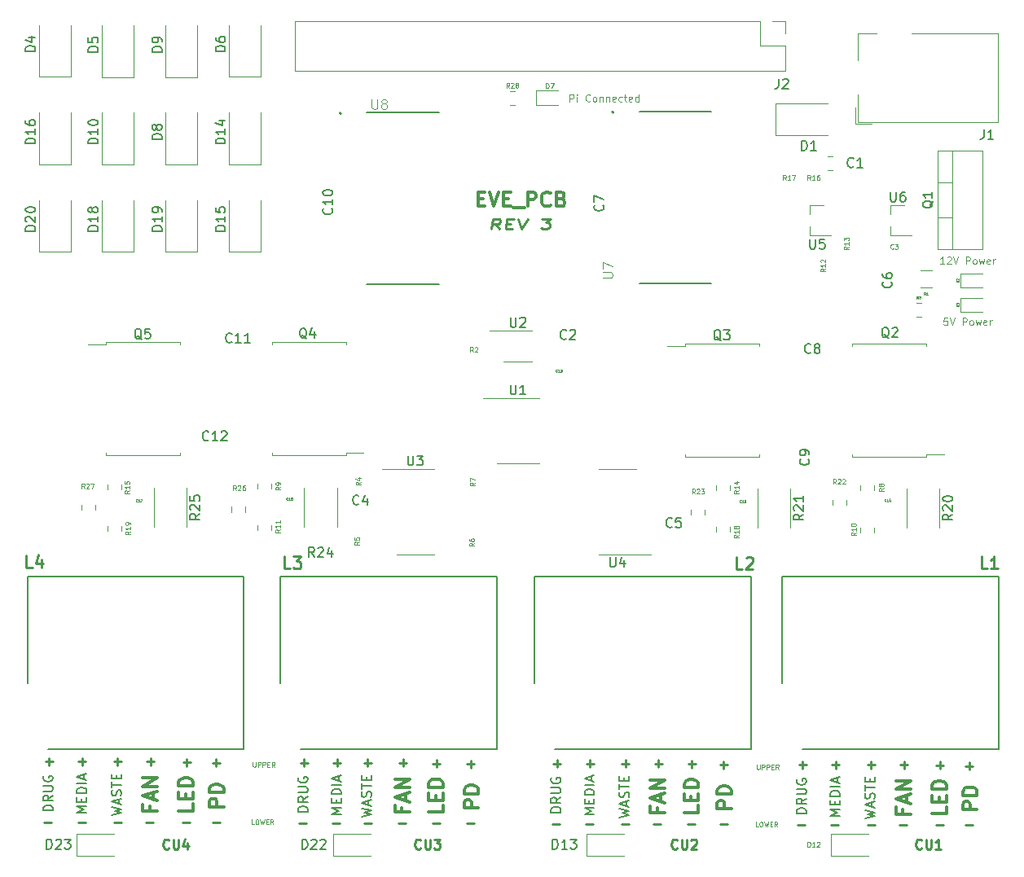
<source format=gbr>
G04 #@! TF.GenerationSoftware,KiCad,Pcbnew,5.1.5*
G04 #@! TF.CreationDate,2020-05-08T01:24:46-04:00*
G04 #@! TF.ProjectId,EVE-PCB-V3,4556452d-5043-4422-9d56-332e6b696361,rev?*
G04 #@! TF.SameCoordinates,Original*
G04 #@! TF.FileFunction,Legend,Top*
G04 #@! TF.FilePolarity,Positive*
%FSLAX46Y46*%
G04 Gerber Fmt 4.6, Leading zero omitted, Abs format (unit mm)*
G04 Created by KiCad (PCBNEW 5.1.5) date 2020-05-08 01:24:46*
%MOMM*%
%LPD*%
G04 APERTURE LIST*
%ADD10C,0.125000*%
%ADD11C,0.200000*%
%ADD12C,0.300000*%
%ADD13C,0.250000*%
%ADD14C,0.120000*%
%ADD15C,0.127000*%
%ADD16C,0.150000*%
%ADD17C,0.254000*%
%ADD18C,0.015000*%
%ADD19C,0.050000*%
%ADD20C,0.062500*%
G04 APERTURE END LIST*
D10*
X145357321Y-44662285D02*
X145357321Y-43912285D01*
X145643035Y-43912285D01*
X145714464Y-43948000D01*
X145750178Y-43983714D01*
X145785892Y-44055142D01*
X145785892Y-44162285D01*
X145750178Y-44233714D01*
X145714464Y-44269428D01*
X145643035Y-44305142D01*
X145357321Y-44305142D01*
X146107321Y-44662285D02*
X146107321Y-44162285D01*
X146107321Y-43912285D02*
X146071607Y-43948000D01*
X146107321Y-43983714D01*
X146143035Y-43948000D01*
X146107321Y-43912285D01*
X146107321Y-43983714D01*
X147464464Y-44590857D02*
X147428750Y-44626571D01*
X147321607Y-44662285D01*
X147250178Y-44662285D01*
X147143035Y-44626571D01*
X147071607Y-44555142D01*
X147035892Y-44483714D01*
X147000178Y-44340857D01*
X147000178Y-44233714D01*
X147035892Y-44090857D01*
X147071607Y-44019428D01*
X147143035Y-43948000D01*
X147250178Y-43912285D01*
X147321607Y-43912285D01*
X147428750Y-43948000D01*
X147464464Y-43983714D01*
X147893035Y-44662285D02*
X147821607Y-44626571D01*
X147785892Y-44590857D01*
X147750178Y-44519428D01*
X147750178Y-44305142D01*
X147785892Y-44233714D01*
X147821607Y-44198000D01*
X147893035Y-44162285D01*
X148000178Y-44162285D01*
X148071607Y-44198000D01*
X148107321Y-44233714D01*
X148143035Y-44305142D01*
X148143035Y-44519428D01*
X148107321Y-44590857D01*
X148071607Y-44626571D01*
X148000178Y-44662285D01*
X147893035Y-44662285D01*
X148464464Y-44162285D02*
X148464464Y-44662285D01*
X148464464Y-44233714D02*
X148500178Y-44198000D01*
X148571607Y-44162285D01*
X148678750Y-44162285D01*
X148750178Y-44198000D01*
X148785892Y-44269428D01*
X148785892Y-44662285D01*
X149143035Y-44162285D02*
X149143035Y-44662285D01*
X149143035Y-44233714D02*
X149178750Y-44198000D01*
X149250178Y-44162285D01*
X149357321Y-44162285D01*
X149428750Y-44198000D01*
X149464464Y-44269428D01*
X149464464Y-44662285D01*
X150107321Y-44626571D02*
X150035892Y-44662285D01*
X149893035Y-44662285D01*
X149821607Y-44626571D01*
X149785892Y-44555142D01*
X149785892Y-44269428D01*
X149821607Y-44198000D01*
X149893035Y-44162285D01*
X150035892Y-44162285D01*
X150107321Y-44198000D01*
X150143035Y-44269428D01*
X150143035Y-44340857D01*
X149785892Y-44412285D01*
X150785892Y-44626571D02*
X150714464Y-44662285D01*
X150571607Y-44662285D01*
X150500178Y-44626571D01*
X150464464Y-44590857D01*
X150428750Y-44519428D01*
X150428750Y-44305142D01*
X150464464Y-44233714D01*
X150500178Y-44198000D01*
X150571607Y-44162285D01*
X150714464Y-44162285D01*
X150785892Y-44198000D01*
X151000178Y-44162285D02*
X151285892Y-44162285D01*
X151107321Y-43912285D02*
X151107321Y-44555142D01*
X151143035Y-44626571D01*
X151214464Y-44662285D01*
X151285892Y-44662285D01*
X151821607Y-44626571D02*
X151750178Y-44662285D01*
X151607321Y-44662285D01*
X151535892Y-44626571D01*
X151500178Y-44555142D01*
X151500178Y-44269428D01*
X151535892Y-44198000D01*
X151607321Y-44162285D01*
X151750178Y-44162285D01*
X151821607Y-44198000D01*
X151857321Y-44269428D01*
X151857321Y-44340857D01*
X151500178Y-44412285D01*
X152500178Y-44662285D02*
X152500178Y-43912285D01*
X152500178Y-44626571D02*
X152428750Y-44662285D01*
X152285892Y-44662285D01*
X152214464Y-44626571D01*
X152178750Y-44590857D01*
X152143035Y-44519428D01*
X152143035Y-44305142D01*
X152178750Y-44233714D01*
X152214464Y-44198000D01*
X152285892Y-44162285D01*
X152428750Y-44162285D01*
X152500178Y-44198000D01*
D11*
X150518880Y-119070166D02*
X151518880Y-118832071D01*
X150804595Y-118641595D01*
X151518880Y-118451119D01*
X150518880Y-118213023D01*
X151233166Y-117879690D02*
X151233166Y-117403500D01*
X151518880Y-117974928D02*
X150518880Y-117641595D01*
X151518880Y-117308261D01*
X151471261Y-117022547D02*
X151518880Y-116879690D01*
X151518880Y-116641595D01*
X151471261Y-116546357D01*
X151423642Y-116498738D01*
X151328404Y-116451119D01*
X151233166Y-116451119D01*
X151137928Y-116498738D01*
X151090309Y-116546357D01*
X151042690Y-116641595D01*
X150995071Y-116832071D01*
X150947452Y-116927309D01*
X150899833Y-116974928D01*
X150804595Y-117022547D01*
X150709357Y-117022547D01*
X150614119Y-116974928D01*
X150566500Y-116927309D01*
X150518880Y-116832071D01*
X150518880Y-116593976D01*
X150566500Y-116451119D01*
X150518880Y-116165404D02*
X150518880Y-115593976D01*
X151518880Y-115879690D02*
X150518880Y-115879690D01*
X150995071Y-115260642D02*
X150995071Y-114927309D01*
X151518880Y-114784452D02*
X151518880Y-115260642D01*
X150518880Y-115260642D01*
X150518880Y-114784452D01*
D10*
X184600714Y-67153285D02*
X184243571Y-67153285D01*
X184207857Y-67510428D01*
X184243571Y-67474714D01*
X184315000Y-67439000D01*
X184493571Y-67439000D01*
X184565000Y-67474714D01*
X184600714Y-67510428D01*
X184636428Y-67581857D01*
X184636428Y-67760428D01*
X184600714Y-67831857D01*
X184565000Y-67867571D01*
X184493571Y-67903285D01*
X184315000Y-67903285D01*
X184243571Y-67867571D01*
X184207857Y-67831857D01*
X184850714Y-67153285D02*
X185100714Y-67903285D01*
X185350714Y-67153285D01*
X186172142Y-67903285D02*
X186172142Y-67153285D01*
X186457857Y-67153285D01*
X186529285Y-67189000D01*
X186565000Y-67224714D01*
X186600714Y-67296142D01*
X186600714Y-67403285D01*
X186565000Y-67474714D01*
X186529285Y-67510428D01*
X186457857Y-67546142D01*
X186172142Y-67546142D01*
X187029285Y-67903285D02*
X186957857Y-67867571D01*
X186922142Y-67831857D01*
X186886428Y-67760428D01*
X186886428Y-67546142D01*
X186922142Y-67474714D01*
X186957857Y-67439000D01*
X187029285Y-67403285D01*
X187136428Y-67403285D01*
X187207857Y-67439000D01*
X187243571Y-67474714D01*
X187279285Y-67546142D01*
X187279285Y-67760428D01*
X187243571Y-67831857D01*
X187207857Y-67867571D01*
X187136428Y-67903285D01*
X187029285Y-67903285D01*
X187529285Y-67403285D02*
X187672142Y-67903285D01*
X187815000Y-67546142D01*
X187957857Y-67903285D01*
X188100714Y-67403285D01*
X188672142Y-67867571D02*
X188600714Y-67903285D01*
X188457857Y-67903285D01*
X188386428Y-67867571D01*
X188350714Y-67796142D01*
X188350714Y-67510428D01*
X188386428Y-67439000D01*
X188457857Y-67403285D01*
X188600714Y-67403285D01*
X188672142Y-67439000D01*
X188707857Y-67510428D01*
X188707857Y-67581857D01*
X188350714Y-67653285D01*
X189029285Y-67903285D02*
X189029285Y-67403285D01*
X189029285Y-67546142D02*
X189065000Y-67474714D01*
X189100714Y-67439000D01*
X189172142Y-67403285D01*
X189243571Y-67403285D01*
X184279285Y-61553285D02*
X183850714Y-61553285D01*
X184065000Y-61553285D02*
X184065000Y-60803285D01*
X183993571Y-60910428D01*
X183922142Y-60981857D01*
X183850714Y-61017571D01*
X184565000Y-60874714D02*
X184600714Y-60839000D01*
X184672142Y-60803285D01*
X184850714Y-60803285D01*
X184922142Y-60839000D01*
X184957857Y-60874714D01*
X184993571Y-60946142D01*
X184993571Y-61017571D01*
X184957857Y-61124714D01*
X184529285Y-61553285D01*
X184993571Y-61553285D01*
X185207857Y-60803285D02*
X185457857Y-61553285D01*
X185707857Y-60803285D01*
X186529285Y-61553285D02*
X186529285Y-60803285D01*
X186815000Y-60803285D01*
X186886428Y-60839000D01*
X186922142Y-60874714D01*
X186957857Y-60946142D01*
X186957857Y-61053285D01*
X186922142Y-61124714D01*
X186886428Y-61160428D01*
X186815000Y-61196142D01*
X186529285Y-61196142D01*
X187386428Y-61553285D02*
X187315000Y-61517571D01*
X187279285Y-61481857D01*
X187243571Y-61410428D01*
X187243571Y-61196142D01*
X187279285Y-61124714D01*
X187315000Y-61089000D01*
X187386428Y-61053285D01*
X187493571Y-61053285D01*
X187565000Y-61089000D01*
X187600714Y-61124714D01*
X187636428Y-61196142D01*
X187636428Y-61410428D01*
X187600714Y-61481857D01*
X187565000Y-61517571D01*
X187493571Y-61553285D01*
X187386428Y-61553285D01*
X187886428Y-61053285D02*
X188029285Y-61553285D01*
X188172142Y-61196142D01*
X188315000Y-61553285D01*
X188457857Y-61053285D01*
X189029285Y-61517571D02*
X188957857Y-61553285D01*
X188815000Y-61553285D01*
X188743571Y-61517571D01*
X188707857Y-61446142D01*
X188707857Y-61160428D01*
X188743571Y-61089000D01*
X188815000Y-61053285D01*
X188957857Y-61053285D01*
X189029285Y-61089000D01*
X189065000Y-61160428D01*
X189065000Y-61231857D01*
X188707857Y-61303285D01*
X189386428Y-61553285D02*
X189386428Y-61053285D01*
X189386428Y-61196142D02*
X189422142Y-61124714D01*
X189457857Y-61089000D01*
X189529285Y-61053285D01*
X189600714Y-61053285D01*
X112541952Y-119796690D02*
X112303857Y-119796690D01*
X112303857Y-119296690D01*
X112803857Y-119296690D02*
X112899095Y-119296690D01*
X112946714Y-119320500D01*
X112994333Y-119368119D01*
X113018142Y-119463357D01*
X113018142Y-119630023D01*
X112994333Y-119725261D01*
X112946714Y-119772880D01*
X112899095Y-119796690D01*
X112803857Y-119796690D01*
X112756238Y-119772880D01*
X112708619Y-119725261D01*
X112684809Y-119630023D01*
X112684809Y-119463357D01*
X112708619Y-119368119D01*
X112756238Y-119320500D01*
X112803857Y-119296690D01*
X113184809Y-119296690D02*
X113303857Y-119796690D01*
X113399095Y-119439547D01*
X113494333Y-119796690D01*
X113613380Y-119296690D01*
X113803857Y-119534785D02*
X113970523Y-119534785D01*
X114041952Y-119796690D02*
X113803857Y-119796690D01*
X113803857Y-119296690D01*
X114041952Y-119296690D01*
X114541952Y-119796690D02*
X114375285Y-119558595D01*
X114256238Y-119796690D02*
X114256238Y-119296690D01*
X114446714Y-119296690D01*
X114494333Y-119320500D01*
X114518142Y-119344309D01*
X114541952Y-119391928D01*
X114541952Y-119463357D01*
X114518142Y-119510976D01*
X114494333Y-119534785D01*
X114446714Y-119558595D01*
X114256238Y-119558595D01*
D12*
X132187071Y-117804285D02*
X132187071Y-118518571D01*
X130687071Y-118518571D01*
X131401357Y-117304285D02*
X131401357Y-116804285D01*
X132187071Y-116590000D02*
X132187071Y-117304285D01*
X130687071Y-117304285D01*
X130687071Y-116590000D01*
X132187071Y-115947142D02*
X130687071Y-115947142D01*
X130687071Y-115590000D01*
X130758500Y-115375714D01*
X130901357Y-115232857D01*
X131044214Y-115161428D01*
X131329928Y-115090000D01*
X131544214Y-115090000D01*
X131829928Y-115161428D01*
X131972785Y-115232857D01*
X132115642Y-115375714D01*
X132187071Y-115590000D01*
X132187071Y-115947142D01*
D10*
X112418952Y-113327690D02*
X112418952Y-113732452D01*
X112442761Y-113780071D01*
X112466571Y-113803880D01*
X112514190Y-113827690D01*
X112609428Y-113827690D01*
X112657047Y-113803880D01*
X112680857Y-113780071D01*
X112704666Y-113732452D01*
X112704666Y-113327690D01*
X112942761Y-113827690D02*
X112942761Y-113327690D01*
X113133238Y-113327690D01*
X113180857Y-113351500D01*
X113204666Y-113375309D01*
X113228476Y-113422928D01*
X113228476Y-113494357D01*
X113204666Y-113541976D01*
X113180857Y-113565785D01*
X113133238Y-113589595D01*
X112942761Y-113589595D01*
X113442761Y-113827690D02*
X113442761Y-113327690D01*
X113633238Y-113327690D01*
X113680857Y-113351500D01*
X113704666Y-113375309D01*
X113728476Y-113422928D01*
X113728476Y-113494357D01*
X113704666Y-113541976D01*
X113680857Y-113565785D01*
X113633238Y-113589595D01*
X113442761Y-113589595D01*
X113942761Y-113565785D02*
X114109428Y-113565785D01*
X114180857Y-113827690D02*
X113942761Y-113827690D01*
X113942761Y-113327690D01*
X114180857Y-113327690D01*
X114680857Y-113827690D02*
X114514190Y-113589595D01*
X114395142Y-113827690D02*
X114395142Y-113327690D01*
X114585619Y-113327690D01*
X114633238Y-113351500D01*
X114657047Y-113375309D01*
X114680857Y-113422928D01*
X114680857Y-113494357D01*
X114657047Y-113541976D01*
X114633238Y-113565785D01*
X114585619Y-113589595D01*
X114395142Y-113589595D01*
D12*
X135870071Y-118109857D02*
X134370071Y-118109857D01*
X134370071Y-117538428D01*
X134441500Y-117395571D01*
X134512928Y-117324142D01*
X134655785Y-117252714D01*
X134870071Y-117252714D01*
X135012928Y-117324142D01*
X135084357Y-117395571D01*
X135155785Y-117538428D01*
X135155785Y-118109857D01*
X135870071Y-116609857D02*
X134370071Y-116609857D01*
X134370071Y-116252714D01*
X134441500Y-116038428D01*
X134584357Y-115895571D01*
X134727214Y-115824142D01*
X135012928Y-115752714D01*
X135227214Y-115752714D01*
X135512928Y-115824142D01*
X135655785Y-115895571D01*
X135798642Y-116038428D01*
X135870071Y-116252714D01*
X135870071Y-116609857D01*
X127908857Y-118054285D02*
X127908857Y-118554285D01*
X128694571Y-118554285D02*
X127194571Y-118554285D01*
X127194571Y-117840000D01*
X128266000Y-117340000D02*
X128266000Y-116625714D01*
X128694571Y-117482857D02*
X127194571Y-116982857D01*
X128694571Y-116482857D01*
X128694571Y-115982857D02*
X127194571Y-115982857D01*
X128694571Y-115125714D01*
X127194571Y-115125714D01*
D13*
X123952047Y-113418928D02*
X124713952Y-113418928D01*
X124333000Y-113799880D02*
X124333000Y-113037976D01*
X127635047Y-113418928D02*
X128396952Y-113418928D01*
X128016000Y-113799880D02*
X128016000Y-113037976D01*
X131127547Y-113482428D02*
X131889452Y-113482428D01*
X131508500Y-113863380D02*
X131508500Y-113101476D01*
X134683547Y-113545928D02*
X135445452Y-113545928D01*
X135064500Y-113926880D02*
X135064500Y-113164976D01*
D11*
X123721880Y-119006666D02*
X124721880Y-118768571D01*
X124007595Y-118578095D01*
X124721880Y-118387619D01*
X123721880Y-118149523D01*
X124436166Y-117816190D02*
X124436166Y-117340000D01*
X124721880Y-117911428D02*
X123721880Y-117578095D01*
X124721880Y-117244761D01*
X124674261Y-116959047D02*
X124721880Y-116816190D01*
X124721880Y-116578095D01*
X124674261Y-116482857D01*
X124626642Y-116435238D01*
X124531404Y-116387619D01*
X124436166Y-116387619D01*
X124340928Y-116435238D01*
X124293309Y-116482857D01*
X124245690Y-116578095D01*
X124198071Y-116768571D01*
X124150452Y-116863809D01*
X124102833Y-116911428D01*
X124007595Y-116959047D01*
X123912357Y-116959047D01*
X123817119Y-116911428D01*
X123769500Y-116863809D01*
X123721880Y-116768571D01*
X123721880Y-116530476D01*
X123769500Y-116387619D01*
X123721880Y-116101904D02*
X123721880Y-115530476D01*
X124721880Y-115816190D02*
X123721880Y-115816190D01*
X124198071Y-115197142D02*
X124198071Y-114863809D01*
X124721880Y-114720952D02*
X124721880Y-115197142D01*
X123721880Y-115197142D01*
X123721880Y-114720952D01*
D13*
X117221047Y-119705428D02*
X117982952Y-119705428D01*
X120713547Y-119705428D02*
X121475452Y-119705428D01*
X117348047Y-113418928D02*
X118109952Y-113418928D01*
X117729000Y-113799880D02*
X117729000Y-113037976D01*
X123952047Y-119705428D02*
X124713952Y-119705428D01*
D11*
X118117880Y-118498714D02*
X117117880Y-118498714D01*
X117117880Y-118260619D01*
X117165500Y-118117761D01*
X117260738Y-118022523D01*
X117355976Y-117974904D01*
X117546452Y-117927285D01*
X117689309Y-117927285D01*
X117879785Y-117974904D01*
X117975023Y-118022523D01*
X118070261Y-118117761D01*
X118117880Y-118260619D01*
X118117880Y-118498714D01*
X118117880Y-116927285D02*
X117641690Y-117260619D01*
X118117880Y-117498714D02*
X117117880Y-117498714D01*
X117117880Y-117117761D01*
X117165500Y-117022523D01*
X117213119Y-116974904D01*
X117308357Y-116927285D01*
X117451214Y-116927285D01*
X117546452Y-116974904D01*
X117594071Y-117022523D01*
X117641690Y-117117761D01*
X117641690Y-117498714D01*
X117117880Y-116498714D02*
X117927404Y-116498714D01*
X118022642Y-116451095D01*
X118070261Y-116403476D01*
X118117880Y-116308238D01*
X118117880Y-116117761D01*
X118070261Y-116022523D01*
X118022642Y-115974904D01*
X117927404Y-115927285D01*
X117117880Y-115927285D01*
X117165500Y-114927285D02*
X117117880Y-115022523D01*
X117117880Y-115165380D01*
X117165500Y-115308238D01*
X117260738Y-115403476D01*
X117355976Y-115451095D01*
X117546452Y-115498714D01*
X117689309Y-115498714D01*
X117879785Y-115451095D01*
X117975023Y-115403476D01*
X118070261Y-115308238D01*
X118117880Y-115165380D01*
X118117880Y-115070142D01*
X118070261Y-114927285D01*
X118022642Y-114879666D01*
X117689309Y-114879666D01*
X117689309Y-115070142D01*
D13*
X134683547Y-119705428D02*
X135445452Y-119705428D01*
D11*
X121610380Y-118728880D02*
X120610380Y-118728880D01*
X121324666Y-118395547D01*
X120610380Y-118062214D01*
X121610380Y-118062214D01*
X121086571Y-117586023D02*
X121086571Y-117252690D01*
X121610380Y-117109833D02*
X121610380Y-117586023D01*
X120610380Y-117586023D01*
X120610380Y-117109833D01*
X121610380Y-116681261D02*
X120610380Y-116681261D01*
X120610380Y-116443166D01*
X120658000Y-116300309D01*
X120753238Y-116205071D01*
X120848476Y-116157452D01*
X121038952Y-116109833D01*
X121181809Y-116109833D01*
X121372285Y-116157452D01*
X121467523Y-116205071D01*
X121562761Y-116300309D01*
X121610380Y-116443166D01*
X121610380Y-116681261D01*
X121610380Y-115681261D02*
X120610380Y-115681261D01*
X121324666Y-115252690D02*
X121324666Y-114776500D01*
X121610380Y-115347928D02*
X120610380Y-115014595D01*
X121610380Y-114681261D01*
D13*
X131064047Y-119705428D02*
X131825952Y-119705428D01*
X127508047Y-119705428D02*
X128269952Y-119705428D01*
X120777047Y-113418928D02*
X121538952Y-113418928D01*
X121158000Y-113799880D02*
X121158000Y-113037976D01*
X108204047Y-119578428D02*
X108965952Y-119578428D01*
X94297547Y-113291928D02*
X95059452Y-113291928D01*
X94678500Y-113672880D02*
X94678500Y-112910976D01*
X101409547Y-113291928D02*
X102171452Y-113291928D01*
X101790500Y-113672880D02*
X101790500Y-112910976D01*
D12*
X101683357Y-117927285D02*
X101683357Y-118427285D01*
X102469071Y-118427285D02*
X100969071Y-118427285D01*
X100969071Y-117713000D01*
X102040500Y-117213000D02*
X102040500Y-116498714D01*
X102469071Y-117355857D02*
X100969071Y-116855857D01*
X102469071Y-116355857D01*
X102469071Y-115855857D02*
X100969071Y-115855857D01*
X102469071Y-114998714D01*
X100969071Y-114998714D01*
D13*
X94234047Y-119578428D02*
X94995952Y-119578428D01*
X101282547Y-119578428D02*
X102044452Y-119578428D01*
D12*
X106215571Y-117677285D02*
X106215571Y-118391571D01*
X104715571Y-118391571D01*
X105429857Y-117177285D02*
X105429857Y-116677285D01*
X106215571Y-116463000D02*
X106215571Y-117177285D01*
X104715571Y-117177285D01*
X104715571Y-116463000D01*
X106215571Y-115820142D02*
X104715571Y-115820142D01*
X104715571Y-115463000D01*
X104787000Y-115248714D01*
X104929857Y-115105857D01*
X105072714Y-115034428D01*
X105358428Y-114963000D01*
X105572714Y-114963000D01*
X105858428Y-115034428D01*
X106001285Y-115105857D01*
X106144142Y-115248714D01*
X106215571Y-115463000D01*
X106215571Y-115820142D01*
D13*
X97980547Y-119578428D02*
X98742452Y-119578428D01*
D12*
X109390571Y-117982857D02*
X107890571Y-117982857D01*
X107890571Y-117411428D01*
X107962000Y-117268571D01*
X108033428Y-117197142D01*
X108176285Y-117125714D01*
X108390571Y-117125714D01*
X108533428Y-117197142D01*
X108604857Y-117268571D01*
X108676285Y-117411428D01*
X108676285Y-117982857D01*
X109390571Y-116482857D02*
X107890571Y-116482857D01*
X107890571Y-116125714D01*
X107962000Y-115911428D01*
X108104857Y-115768571D01*
X108247714Y-115697142D01*
X108533428Y-115625714D01*
X108747714Y-115625714D01*
X109033428Y-115697142D01*
X109176285Y-115768571D01*
X109319142Y-115911428D01*
X109390571Y-116125714D01*
X109390571Y-116482857D01*
D13*
X90741547Y-119578428D02*
X91503452Y-119578428D01*
X90868547Y-113291928D02*
X91630452Y-113291928D01*
X91249500Y-113672880D02*
X91249500Y-112910976D01*
D11*
X91638380Y-118371714D02*
X90638380Y-118371714D01*
X90638380Y-118133619D01*
X90686000Y-117990761D01*
X90781238Y-117895523D01*
X90876476Y-117847904D01*
X91066952Y-117800285D01*
X91209809Y-117800285D01*
X91400285Y-117847904D01*
X91495523Y-117895523D01*
X91590761Y-117990761D01*
X91638380Y-118133619D01*
X91638380Y-118371714D01*
X91638380Y-116800285D02*
X91162190Y-117133619D01*
X91638380Y-117371714D02*
X90638380Y-117371714D01*
X90638380Y-116990761D01*
X90686000Y-116895523D01*
X90733619Y-116847904D01*
X90828857Y-116800285D01*
X90971714Y-116800285D01*
X91066952Y-116847904D01*
X91114571Y-116895523D01*
X91162190Y-116990761D01*
X91162190Y-117371714D01*
X90638380Y-116371714D02*
X91447904Y-116371714D01*
X91543142Y-116324095D01*
X91590761Y-116276476D01*
X91638380Y-116181238D01*
X91638380Y-115990761D01*
X91590761Y-115895523D01*
X91543142Y-115847904D01*
X91447904Y-115800285D01*
X90638380Y-115800285D01*
X90686000Y-114800285D02*
X90638380Y-114895523D01*
X90638380Y-115038380D01*
X90686000Y-115181238D01*
X90781238Y-115276476D01*
X90876476Y-115324095D01*
X91066952Y-115371714D01*
X91209809Y-115371714D01*
X91400285Y-115324095D01*
X91495523Y-115276476D01*
X91590761Y-115181238D01*
X91638380Y-115038380D01*
X91638380Y-114943142D01*
X91590761Y-114800285D01*
X91543142Y-114752666D01*
X91209809Y-114752666D01*
X91209809Y-114943142D01*
D13*
X108204047Y-113418928D02*
X108965952Y-113418928D01*
X108585000Y-113799880D02*
X108585000Y-113037976D01*
X97980547Y-113291928D02*
X98742452Y-113291928D01*
X98361500Y-113672880D02*
X98361500Y-112910976D01*
X105092547Y-119578428D02*
X105854452Y-119578428D01*
D11*
X95130880Y-118601880D02*
X94130880Y-118601880D01*
X94845166Y-118268547D01*
X94130880Y-117935214D01*
X95130880Y-117935214D01*
X94607071Y-117459023D02*
X94607071Y-117125690D01*
X95130880Y-116982833D02*
X95130880Y-117459023D01*
X94130880Y-117459023D01*
X94130880Y-116982833D01*
X95130880Y-116554261D02*
X94130880Y-116554261D01*
X94130880Y-116316166D01*
X94178500Y-116173309D01*
X94273738Y-116078071D01*
X94368976Y-116030452D01*
X94559452Y-115982833D01*
X94702309Y-115982833D01*
X94892785Y-116030452D01*
X94988023Y-116078071D01*
X95083261Y-116173309D01*
X95130880Y-116316166D01*
X95130880Y-116554261D01*
X95130880Y-115554261D02*
X94130880Y-115554261D01*
X94845166Y-115125690D02*
X94845166Y-114649500D01*
X95130880Y-115220928D02*
X94130880Y-114887595D01*
X95130880Y-114554261D01*
D13*
X105156047Y-113355428D02*
X105917952Y-113355428D01*
X105537000Y-113736380D02*
X105537000Y-112974476D01*
D11*
X97750380Y-118879666D02*
X98750380Y-118641571D01*
X98036095Y-118451095D01*
X98750380Y-118260619D01*
X97750380Y-118022523D01*
X98464666Y-117689190D02*
X98464666Y-117213000D01*
X98750380Y-117784428D02*
X97750380Y-117451095D01*
X98750380Y-117117761D01*
X98702761Y-116832047D02*
X98750380Y-116689190D01*
X98750380Y-116451095D01*
X98702761Y-116355857D01*
X98655142Y-116308238D01*
X98559904Y-116260619D01*
X98464666Y-116260619D01*
X98369428Y-116308238D01*
X98321809Y-116355857D01*
X98274190Y-116451095D01*
X98226571Y-116641571D01*
X98178952Y-116736809D01*
X98131333Y-116784428D01*
X98036095Y-116832047D01*
X97940857Y-116832047D01*
X97845619Y-116784428D01*
X97798000Y-116736809D01*
X97750380Y-116641571D01*
X97750380Y-116403476D01*
X97798000Y-116260619D01*
X97750380Y-115974904D02*
X97750380Y-115403476D01*
X98750380Y-115689190D02*
X97750380Y-115689190D01*
X98226571Y-115070142D02*
X98226571Y-114736809D01*
X98750380Y-114593952D02*
X98750380Y-115070142D01*
X97750380Y-115070142D01*
X97750380Y-114593952D01*
D12*
X158730071Y-117867785D02*
X158730071Y-118582071D01*
X157230071Y-118582071D01*
X157944357Y-117367785D02*
X157944357Y-116867785D01*
X158730071Y-116653500D02*
X158730071Y-117367785D01*
X157230071Y-117367785D01*
X157230071Y-116653500D01*
X158730071Y-116010642D02*
X157230071Y-116010642D01*
X157230071Y-115653500D01*
X157301500Y-115439214D01*
X157444357Y-115296357D01*
X157587214Y-115224928D01*
X157872928Y-115153500D01*
X158087214Y-115153500D01*
X158372928Y-115224928D01*
X158515785Y-115296357D01*
X158658642Y-115439214D01*
X158730071Y-115653500D01*
X158730071Y-116010642D01*
X162159071Y-118173357D02*
X160659071Y-118173357D01*
X160659071Y-117601928D01*
X160730500Y-117459071D01*
X160801928Y-117387642D01*
X160944785Y-117316214D01*
X161159071Y-117316214D01*
X161301928Y-117387642D01*
X161373357Y-117459071D01*
X161444785Y-117601928D01*
X161444785Y-118173357D01*
X162159071Y-116673357D02*
X160659071Y-116673357D01*
X160659071Y-116316214D01*
X160730500Y-116101928D01*
X160873357Y-115959071D01*
X161016214Y-115887642D01*
X161301928Y-115816214D01*
X161516214Y-115816214D01*
X161801928Y-115887642D01*
X161944785Y-115959071D01*
X162087642Y-116101928D01*
X162159071Y-116316214D01*
X162159071Y-116673357D01*
X154451857Y-118117785D02*
X154451857Y-118617785D01*
X155237571Y-118617785D02*
X153737571Y-118617785D01*
X153737571Y-117903500D01*
X154809000Y-117403500D02*
X154809000Y-116689214D01*
X155237571Y-117546357D02*
X153737571Y-117046357D01*
X155237571Y-116546357D01*
X155237571Y-116046357D02*
X153737571Y-116046357D01*
X155237571Y-115189214D01*
X153737571Y-115189214D01*
D13*
X150749047Y-113482428D02*
X151510952Y-113482428D01*
X151130000Y-113863380D02*
X151130000Y-113101476D01*
X154178047Y-113482428D02*
X154939952Y-113482428D01*
X154559000Y-113863380D02*
X154559000Y-113101476D01*
X157670547Y-113545928D02*
X158432452Y-113545928D01*
X158051500Y-113926880D02*
X158051500Y-113164976D01*
X160972547Y-113609428D02*
X161734452Y-113609428D01*
X161353500Y-113990380D02*
X161353500Y-113228476D01*
X143510047Y-119768928D02*
X144271952Y-119768928D01*
X147002547Y-119768928D02*
X147764452Y-119768928D01*
X143637047Y-113482428D02*
X144398952Y-113482428D01*
X144018000Y-113863380D02*
X144018000Y-113101476D01*
X150749047Y-119768928D02*
X151510952Y-119768928D01*
D11*
X144406880Y-118562214D02*
X143406880Y-118562214D01*
X143406880Y-118324119D01*
X143454500Y-118181261D01*
X143549738Y-118086023D01*
X143644976Y-118038404D01*
X143835452Y-117990785D01*
X143978309Y-117990785D01*
X144168785Y-118038404D01*
X144264023Y-118086023D01*
X144359261Y-118181261D01*
X144406880Y-118324119D01*
X144406880Y-118562214D01*
X144406880Y-116990785D02*
X143930690Y-117324119D01*
X144406880Y-117562214D02*
X143406880Y-117562214D01*
X143406880Y-117181261D01*
X143454500Y-117086023D01*
X143502119Y-117038404D01*
X143597357Y-116990785D01*
X143740214Y-116990785D01*
X143835452Y-117038404D01*
X143883071Y-117086023D01*
X143930690Y-117181261D01*
X143930690Y-117562214D01*
X143406880Y-116562214D02*
X144216404Y-116562214D01*
X144311642Y-116514595D01*
X144359261Y-116466976D01*
X144406880Y-116371738D01*
X144406880Y-116181261D01*
X144359261Y-116086023D01*
X144311642Y-116038404D01*
X144216404Y-115990785D01*
X143406880Y-115990785D01*
X143454500Y-114990785D02*
X143406880Y-115086023D01*
X143406880Y-115228880D01*
X143454500Y-115371738D01*
X143549738Y-115466976D01*
X143644976Y-115514595D01*
X143835452Y-115562214D01*
X143978309Y-115562214D01*
X144168785Y-115514595D01*
X144264023Y-115466976D01*
X144359261Y-115371738D01*
X144406880Y-115228880D01*
X144406880Y-115133642D01*
X144359261Y-114990785D01*
X144311642Y-114943166D01*
X143978309Y-114943166D01*
X143978309Y-115133642D01*
D13*
X160972547Y-119768928D02*
X161734452Y-119768928D01*
D11*
X147899380Y-118792380D02*
X146899380Y-118792380D01*
X147613666Y-118459047D01*
X146899380Y-118125714D01*
X147899380Y-118125714D01*
X147375571Y-117649523D02*
X147375571Y-117316190D01*
X147899380Y-117173333D02*
X147899380Y-117649523D01*
X146899380Y-117649523D01*
X146899380Y-117173333D01*
X147899380Y-116744761D02*
X146899380Y-116744761D01*
X146899380Y-116506666D01*
X146947000Y-116363809D01*
X147042238Y-116268571D01*
X147137476Y-116220952D01*
X147327952Y-116173333D01*
X147470809Y-116173333D01*
X147661285Y-116220952D01*
X147756523Y-116268571D01*
X147851761Y-116363809D01*
X147899380Y-116506666D01*
X147899380Y-116744761D01*
X147899380Y-115744761D02*
X146899380Y-115744761D01*
X147613666Y-115316190D02*
X147613666Y-114840000D01*
X147899380Y-115411428D02*
X146899380Y-115078095D01*
X147899380Y-114744761D01*
D13*
X157607047Y-119768928D02*
X158368952Y-119768928D01*
X154051047Y-119768928D02*
X154812952Y-119768928D01*
X147066047Y-113482428D02*
X147827952Y-113482428D01*
X147447000Y-113863380D02*
X147447000Y-113101476D01*
X169037047Y-119895928D02*
X169798952Y-119895928D01*
X172529547Y-119895928D02*
X173291452Y-119895928D01*
X176276047Y-119895928D02*
X177037952Y-119895928D01*
X179578047Y-119895928D02*
X180339952Y-119895928D01*
X183388047Y-119895928D02*
X184149952Y-119895928D01*
X186499547Y-119895928D02*
X187261452Y-119895928D01*
X169164047Y-113609428D02*
X169925952Y-113609428D01*
X169545000Y-113990380D02*
X169545000Y-113228476D01*
X172593047Y-113609428D02*
X173354952Y-113609428D01*
X172974000Y-113990380D02*
X172974000Y-113228476D01*
D11*
X169933880Y-118689214D02*
X168933880Y-118689214D01*
X168933880Y-118451119D01*
X168981500Y-118308261D01*
X169076738Y-118213023D01*
X169171976Y-118165404D01*
X169362452Y-118117785D01*
X169505309Y-118117785D01*
X169695785Y-118165404D01*
X169791023Y-118213023D01*
X169886261Y-118308261D01*
X169933880Y-118451119D01*
X169933880Y-118689214D01*
X169933880Y-117117785D02*
X169457690Y-117451119D01*
X169933880Y-117689214D02*
X168933880Y-117689214D01*
X168933880Y-117308261D01*
X168981500Y-117213023D01*
X169029119Y-117165404D01*
X169124357Y-117117785D01*
X169267214Y-117117785D01*
X169362452Y-117165404D01*
X169410071Y-117213023D01*
X169457690Y-117308261D01*
X169457690Y-117689214D01*
X168933880Y-116689214D02*
X169743404Y-116689214D01*
X169838642Y-116641595D01*
X169886261Y-116593976D01*
X169933880Y-116498738D01*
X169933880Y-116308261D01*
X169886261Y-116213023D01*
X169838642Y-116165404D01*
X169743404Y-116117785D01*
X168933880Y-116117785D01*
X168981500Y-115117785D02*
X168933880Y-115213023D01*
X168933880Y-115355880D01*
X168981500Y-115498738D01*
X169076738Y-115593976D01*
X169171976Y-115641595D01*
X169362452Y-115689214D01*
X169505309Y-115689214D01*
X169695785Y-115641595D01*
X169791023Y-115593976D01*
X169886261Y-115498738D01*
X169933880Y-115355880D01*
X169933880Y-115260642D01*
X169886261Y-115117785D01*
X169838642Y-115070166D01*
X169505309Y-115070166D01*
X169505309Y-115260642D01*
X173426380Y-118919380D02*
X172426380Y-118919380D01*
X173140666Y-118586047D01*
X172426380Y-118252714D01*
X173426380Y-118252714D01*
X172902571Y-117776523D02*
X172902571Y-117443190D01*
X173426380Y-117300333D02*
X173426380Y-117776523D01*
X172426380Y-117776523D01*
X172426380Y-117300333D01*
X173426380Y-116871761D02*
X172426380Y-116871761D01*
X172426380Y-116633666D01*
X172474000Y-116490809D01*
X172569238Y-116395571D01*
X172664476Y-116347952D01*
X172854952Y-116300333D01*
X172997809Y-116300333D01*
X173188285Y-116347952D01*
X173283523Y-116395571D01*
X173378761Y-116490809D01*
X173426380Y-116633666D01*
X173426380Y-116871761D01*
X173426380Y-115871761D02*
X172426380Y-115871761D01*
X173140666Y-115443190D02*
X173140666Y-114967000D01*
X173426380Y-115538428D02*
X172426380Y-115205095D01*
X173426380Y-114871761D01*
D13*
X176276047Y-113609428D02*
X177037952Y-113609428D01*
X176657000Y-113990380D02*
X176657000Y-113228476D01*
X179705047Y-113609428D02*
X180466952Y-113609428D01*
X180086000Y-113990380D02*
X180086000Y-113228476D01*
X183451547Y-113672928D02*
X184213452Y-113672928D01*
X183832500Y-114053880D02*
X183832500Y-113291976D01*
X186499547Y-113736428D02*
X187261452Y-113736428D01*
X186880500Y-114117380D02*
X186880500Y-113355476D01*
D11*
X176045880Y-119197166D02*
X177045880Y-118959071D01*
X176331595Y-118768595D01*
X177045880Y-118578119D01*
X176045880Y-118340023D01*
X176760166Y-118006690D02*
X176760166Y-117530500D01*
X177045880Y-118101928D02*
X176045880Y-117768595D01*
X177045880Y-117435261D01*
X176998261Y-117149547D02*
X177045880Y-117006690D01*
X177045880Y-116768595D01*
X176998261Y-116673357D01*
X176950642Y-116625738D01*
X176855404Y-116578119D01*
X176760166Y-116578119D01*
X176664928Y-116625738D01*
X176617309Y-116673357D01*
X176569690Y-116768595D01*
X176522071Y-116959071D01*
X176474452Y-117054309D01*
X176426833Y-117101928D01*
X176331595Y-117149547D01*
X176236357Y-117149547D01*
X176141119Y-117101928D01*
X176093500Y-117054309D01*
X176045880Y-116959071D01*
X176045880Y-116720976D01*
X176093500Y-116578119D01*
X176045880Y-116292404D02*
X176045880Y-115720976D01*
X177045880Y-116006690D02*
X176045880Y-116006690D01*
X176522071Y-115387642D02*
X176522071Y-115054309D01*
X177045880Y-114911452D02*
X177045880Y-115387642D01*
X176045880Y-115387642D01*
X176045880Y-114911452D01*
D12*
X179978857Y-118244785D02*
X179978857Y-118744785D01*
X180764571Y-118744785D02*
X179264571Y-118744785D01*
X179264571Y-118030500D01*
X180336000Y-117530500D02*
X180336000Y-116816214D01*
X180764571Y-117673357D02*
X179264571Y-117173357D01*
X180764571Y-116673357D01*
X180764571Y-116173357D02*
X179264571Y-116173357D01*
X180764571Y-115316214D01*
X179264571Y-115316214D01*
X184511071Y-117994785D02*
X184511071Y-118709071D01*
X183011071Y-118709071D01*
X183725357Y-117494785D02*
X183725357Y-116994785D01*
X184511071Y-116780500D02*
X184511071Y-117494785D01*
X183011071Y-117494785D01*
X183011071Y-116780500D01*
X184511071Y-116137642D02*
X183011071Y-116137642D01*
X183011071Y-115780500D01*
X183082500Y-115566214D01*
X183225357Y-115423357D01*
X183368214Y-115351928D01*
X183653928Y-115280500D01*
X183868214Y-115280500D01*
X184153928Y-115351928D01*
X184296785Y-115423357D01*
X184439642Y-115566214D01*
X184511071Y-115780500D01*
X184511071Y-116137642D01*
D10*
X164806452Y-113581690D02*
X164806452Y-113986452D01*
X164830261Y-114034071D01*
X164854071Y-114057880D01*
X164901690Y-114081690D01*
X164996928Y-114081690D01*
X165044547Y-114057880D01*
X165068357Y-114034071D01*
X165092166Y-113986452D01*
X165092166Y-113581690D01*
X165330261Y-114081690D02*
X165330261Y-113581690D01*
X165520738Y-113581690D01*
X165568357Y-113605500D01*
X165592166Y-113629309D01*
X165615976Y-113676928D01*
X165615976Y-113748357D01*
X165592166Y-113795976D01*
X165568357Y-113819785D01*
X165520738Y-113843595D01*
X165330261Y-113843595D01*
X165830261Y-114081690D02*
X165830261Y-113581690D01*
X166020738Y-113581690D01*
X166068357Y-113605500D01*
X166092166Y-113629309D01*
X166115976Y-113676928D01*
X166115976Y-113748357D01*
X166092166Y-113795976D01*
X166068357Y-113819785D01*
X166020738Y-113843595D01*
X165830261Y-113843595D01*
X166330261Y-113819785D02*
X166496928Y-113819785D01*
X166568357Y-114081690D02*
X166330261Y-114081690D01*
X166330261Y-113581690D01*
X166568357Y-113581690D01*
X167068357Y-114081690D02*
X166901690Y-113843595D01*
X166782642Y-114081690D02*
X166782642Y-113581690D01*
X166973119Y-113581690D01*
X167020738Y-113605500D01*
X167044547Y-113629309D01*
X167068357Y-113676928D01*
X167068357Y-113748357D01*
X167044547Y-113795976D01*
X167020738Y-113819785D01*
X166973119Y-113843595D01*
X166782642Y-113843595D01*
X164929452Y-120050690D02*
X164691357Y-120050690D01*
X164691357Y-119550690D01*
X165191357Y-119550690D02*
X165286595Y-119550690D01*
X165334214Y-119574500D01*
X165381833Y-119622119D01*
X165405642Y-119717357D01*
X165405642Y-119884023D01*
X165381833Y-119979261D01*
X165334214Y-120026880D01*
X165286595Y-120050690D01*
X165191357Y-120050690D01*
X165143738Y-120026880D01*
X165096119Y-119979261D01*
X165072309Y-119884023D01*
X165072309Y-119717357D01*
X165096119Y-119622119D01*
X165143738Y-119574500D01*
X165191357Y-119550690D01*
X165572309Y-119550690D02*
X165691357Y-120050690D01*
X165786595Y-119693547D01*
X165881833Y-120050690D01*
X166000880Y-119550690D01*
X166191357Y-119788785D02*
X166358023Y-119788785D01*
X166429452Y-120050690D02*
X166191357Y-120050690D01*
X166191357Y-119550690D01*
X166429452Y-119550690D01*
X166929452Y-120050690D02*
X166762785Y-119812595D01*
X166643738Y-120050690D02*
X166643738Y-119550690D01*
X166834214Y-119550690D01*
X166881833Y-119574500D01*
X166905642Y-119598309D01*
X166929452Y-119645928D01*
X166929452Y-119717357D01*
X166905642Y-119764976D01*
X166881833Y-119788785D01*
X166834214Y-119812595D01*
X166643738Y-119812595D01*
D12*
X187686071Y-118300357D02*
X186186071Y-118300357D01*
X186186071Y-117728928D01*
X186257500Y-117586071D01*
X186328928Y-117514642D01*
X186471785Y-117443214D01*
X186686071Y-117443214D01*
X186828928Y-117514642D01*
X186900357Y-117586071D01*
X186971785Y-117728928D01*
X186971785Y-118300357D01*
X187686071Y-116800357D02*
X186186071Y-116800357D01*
X186186071Y-116443214D01*
X186257500Y-116228928D01*
X186400357Y-116086071D01*
X186543214Y-116014642D01*
X186828928Y-115943214D01*
X187043214Y-115943214D01*
X187328928Y-116014642D01*
X187471785Y-116086071D01*
X187614642Y-116228928D01*
X187686071Y-116443214D01*
X187686071Y-116800357D01*
D13*
X103703523Y-122277142D02*
X103655904Y-122324761D01*
X103513047Y-122372380D01*
X103417809Y-122372380D01*
X103274952Y-122324761D01*
X103179714Y-122229523D01*
X103132095Y-122134285D01*
X103084476Y-121943809D01*
X103084476Y-121800952D01*
X103132095Y-121610476D01*
X103179714Y-121515238D01*
X103274952Y-121420000D01*
X103417809Y-121372380D01*
X103513047Y-121372380D01*
X103655904Y-121420000D01*
X103703523Y-121467619D01*
X104132095Y-121372380D02*
X104132095Y-122181904D01*
X104179714Y-122277142D01*
X104227333Y-122324761D01*
X104322571Y-122372380D01*
X104513047Y-122372380D01*
X104608285Y-122324761D01*
X104655904Y-122277142D01*
X104703523Y-122181904D01*
X104703523Y-121372380D01*
X105608285Y-121705714D02*
X105608285Y-122372380D01*
X105370190Y-121324761D02*
X105132095Y-122039047D01*
X105751142Y-122039047D01*
X129865523Y-122277142D02*
X129817904Y-122324761D01*
X129675047Y-122372380D01*
X129579809Y-122372380D01*
X129436952Y-122324761D01*
X129341714Y-122229523D01*
X129294095Y-122134285D01*
X129246476Y-121943809D01*
X129246476Y-121800952D01*
X129294095Y-121610476D01*
X129341714Y-121515238D01*
X129436952Y-121420000D01*
X129579809Y-121372380D01*
X129675047Y-121372380D01*
X129817904Y-121420000D01*
X129865523Y-121467619D01*
X130294095Y-121372380D02*
X130294095Y-122181904D01*
X130341714Y-122277142D01*
X130389333Y-122324761D01*
X130484571Y-122372380D01*
X130675047Y-122372380D01*
X130770285Y-122324761D01*
X130817904Y-122277142D01*
X130865523Y-122181904D01*
X130865523Y-121372380D01*
X131246476Y-121372380D02*
X131865523Y-121372380D01*
X131532190Y-121753333D01*
X131675047Y-121753333D01*
X131770285Y-121800952D01*
X131817904Y-121848571D01*
X131865523Y-121943809D01*
X131865523Y-122181904D01*
X131817904Y-122277142D01*
X131770285Y-122324761D01*
X131675047Y-122372380D01*
X131389333Y-122372380D01*
X131294095Y-122324761D01*
X131246476Y-122277142D01*
X156535523Y-122277142D02*
X156487904Y-122324761D01*
X156345047Y-122372380D01*
X156249809Y-122372380D01*
X156106952Y-122324761D01*
X156011714Y-122229523D01*
X155964095Y-122134285D01*
X155916476Y-121943809D01*
X155916476Y-121800952D01*
X155964095Y-121610476D01*
X156011714Y-121515238D01*
X156106952Y-121420000D01*
X156249809Y-121372380D01*
X156345047Y-121372380D01*
X156487904Y-121420000D01*
X156535523Y-121467619D01*
X156964095Y-121372380D02*
X156964095Y-122181904D01*
X157011714Y-122277142D01*
X157059333Y-122324761D01*
X157154571Y-122372380D01*
X157345047Y-122372380D01*
X157440285Y-122324761D01*
X157487904Y-122277142D01*
X157535523Y-122181904D01*
X157535523Y-121372380D01*
X157964095Y-121467619D02*
X158011714Y-121420000D01*
X158106952Y-121372380D01*
X158345047Y-121372380D01*
X158440285Y-121420000D01*
X158487904Y-121467619D01*
X158535523Y-121562857D01*
X158535523Y-121658095D01*
X158487904Y-121800952D01*
X157916476Y-122372380D01*
X158535523Y-122372380D01*
X181935523Y-122277142D02*
X181887904Y-122324761D01*
X181745047Y-122372380D01*
X181649809Y-122372380D01*
X181506952Y-122324761D01*
X181411714Y-122229523D01*
X181364095Y-122134285D01*
X181316476Y-121943809D01*
X181316476Y-121800952D01*
X181364095Y-121610476D01*
X181411714Y-121515238D01*
X181506952Y-121420000D01*
X181649809Y-121372380D01*
X181745047Y-121372380D01*
X181887904Y-121420000D01*
X181935523Y-121467619D01*
X182364095Y-121372380D02*
X182364095Y-122181904D01*
X182411714Y-122277142D01*
X182459333Y-122324761D01*
X182554571Y-122372380D01*
X182745047Y-122372380D01*
X182840285Y-122324761D01*
X182887904Y-122277142D01*
X182935523Y-122181904D01*
X182935523Y-121372380D01*
X183935523Y-122372380D02*
X183364095Y-122372380D01*
X183649809Y-122372380D02*
X183649809Y-121372380D01*
X183554571Y-121515238D01*
X183459333Y-121610476D01*
X183364095Y-121658095D01*
X138053878Y-57871149D02*
X137613402Y-57394959D01*
X137196735Y-57871149D02*
X137321735Y-56871149D01*
X137893164Y-56871149D01*
X138030069Y-56918769D01*
X138095545Y-56966388D01*
X138155069Y-57061626D01*
X138137212Y-57204483D01*
X138053878Y-57299721D01*
X137976497Y-57347340D01*
X137827688Y-57394959D01*
X137256259Y-57394959D01*
X138762212Y-57347340D02*
X139262212Y-57347340D01*
X139411021Y-57871149D02*
X138696735Y-57871149D01*
X138821735Y-56871149D01*
X139536021Y-56871149D01*
X139964593Y-56871149D02*
X140339593Y-57871149D01*
X140964593Y-56871149D01*
X142464593Y-56871149D02*
X143393164Y-56871149D01*
X142845545Y-57252102D01*
X143059831Y-57252102D01*
X143196735Y-57299721D01*
X143262212Y-57347340D01*
X143321735Y-57442578D01*
X143291973Y-57680673D01*
X143208640Y-57775911D01*
X143131259Y-57823530D01*
X142982450Y-57871149D01*
X142553878Y-57871149D01*
X142416973Y-57823530D01*
X142351497Y-57775911D01*
D12*
X135840560Y-54771626D02*
X136340560Y-54771626D01*
X136554846Y-55557340D02*
X135840560Y-55557340D01*
X135840560Y-54057340D01*
X136554846Y-54057340D01*
X136983417Y-54057340D02*
X137483417Y-55557340D01*
X137983417Y-54057340D01*
X138483417Y-54771626D02*
X138983417Y-54771626D01*
X139197703Y-55557340D02*
X138483417Y-55557340D01*
X138483417Y-54057340D01*
X139197703Y-54057340D01*
X139483417Y-55700197D02*
X140626274Y-55700197D01*
X140983417Y-55557340D02*
X140983417Y-54057340D01*
X141554846Y-54057340D01*
X141697703Y-54128769D01*
X141769131Y-54200197D01*
X141840560Y-54343054D01*
X141840560Y-54557340D01*
X141769131Y-54700197D01*
X141697703Y-54771626D01*
X141554846Y-54843054D01*
X140983417Y-54843054D01*
X143340560Y-55414483D02*
X143269131Y-55485911D01*
X143054846Y-55557340D01*
X142911988Y-55557340D01*
X142697703Y-55485911D01*
X142554846Y-55343054D01*
X142483417Y-55200197D01*
X142411988Y-54914483D01*
X142411988Y-54700197D01*
X142483417Y-54414483D01*
X142554846Y-54271626D01*
X142697703Y-54128769D01*
X142911988Y-54057340D01*
X143054846Y-54057340D01*
X143269131Y-54128769D01*
X143340560Y-54200197D01*
X144483417Y-54771626D02*
X144697703Y-54843054D01*
X144769131Y-54914483D01*
X144840560Y-55057340D01*
X144840560Y-55271626D01*
X144769131Y-55414483D01*
X144697703Y-55485911D01*
X144554846Y-55557340D01*
X143983417Y-55557340D01*
X143983417Y-54057340D01*
X144483417Y-54057340D01*
X144626274Y-54128769D01*
X144697703Y-54200197D01*
X144769131Y-54343054D01*
X144769131Y-54485911D01*
X144697703Y-54628769D01*
X144626274Y-54700197D01*
X144483417Y-54771626D01*
X143983417Y-54771626D01*
D14*
X157303000Y-70052000D02*
X155488000Y-70052000D01*
X157303000Y-69807000D02*
X157303000Y-70052000D01*
X161163000Y-69807000D02*
X157303000Y-69807000D01*
X165023000Y-69807000D02*
X165023000Y-70052000D01*
X161163000Y-69807000D02*
X165023000Y-69807000D01*
X157303000Y-81577000D02*
X157303000Y-81332000D01*
X161163000Y-81577000D02*
X157303000Y-81577000D01*
X165023000Y-81577000D02*
X165023000Y-81332000D01*
X161163000Y-81577000D02*
X165023000Y-81577000D01*
X166780000Y-44832000D02*
X166780000Y-48132000D01*
X166780000Y-48132000D02*
X172180000Y-48132000D01*
X166780000Y-44832000D02*
X172180000Y-44832000D01*
D11*
X88992346Y-94010000D02*
X88992346Y-105110000D01*
X111492346Y-94010000D02*
X88992346Y-94010000D01*
X111492346Y-112010000D02*
X111492346Y-94010000D01*
X91092346Y-112010000D02*
X111492346Y-112010000D01*
X121611000Y-45882000D02*
G75*
G03X121611000Y-45882000I-100000J0D01*
G01*
D15*
X124266000Y-45787000D02*
X131766000Y-45787000D01*
X124266000Y-63687000D02*
X131766000Y-63687000D01*
D14*
X178691000Y-55443000D02*
X180151000Y-55443000D01*
X178691000Y-58603000D02*
X180851000Y-58603000D01*
X178691000Y-58603000D02*
X178691000Y-57673000D01*
X178691000Y-55443000D02*
X178691000Y-56373000D01*
X150304500Y-91747500D02*
X153754500Y-91747500D01*
X150304500Y-91747500D02*
X148354500Y-91747500D01*
X150304500Y-82877500D02*
X152254500Y-82877500D01*
X150304500Y-82877500D02*
X148354500Y-82877500D01*
X102112500Y-84815936D02*
X102112500Y-88920064D01*
X105532500Y-84815936D02*
X105532500Y-88920064D01*
X117733500Y-84815936D02*
X117733500Y-88920064D01*
X121153500Y-84815936D02*
X121153500Y-88920064D01*
X164850500Y-84879436D02*
X164850500Y-88983564D01*
X168270500Y-84879436D02*
X168270500Y-88983564D01*
X180344500Y-84879436D02*
X180344500Y-88983564D01*
X183764500Y-84879436D02*
X183764500Y-88983564D01*
X98754000Y-89285578D02*
X98754000Y-88768422D01*
X97334000Y-89285578D02*
X97334000Y-88768422D01*
X162000000Y-89427578D02*
X162000000Y-88910422D01*
X160580000Y-89427578D02*
X160580000Y-88910422D01*
X98754000Y-84967578D02*
X98754000Y-84450422D01*
X97334000Y-84967578D02*
X97334000Y-84450422D01*
X162000000Y-85094578D02*
X162000000Y-84577422D01*
X160580000Y-85094578D02*
X160580000Y-84577422D01*
X114311500Y-89222078D02*
X114311500Y-88704922D01*
X112891500Y-89222078D02*
X112891500Y-88704922D01*
X176986000Y-89476078D02*
X176986000Y-88958922D01*
X175566000Y-89476078D02*
X175566000Y-88958922D01*
X114311500Y-84904078D02*
X114311500Y-84386922D01*
X112891500Y-84904078D02*
X112891500Y-84386922D01*
X176986000Y-85094578D02*
X176986000Y-84577422D01*
X175566000Y-85094578D02*
X175566000Y-84577422D01*
X167733346Y-36276769D02*
X167733346Y-37606769D01*
X166403346Y-36276769D02*
X167733346Y-36276769D01*
X167733346Y-38876769D02*
X167733346Y-41476769D01*
X165133346Y-38876769D02*
X167733346Y-38876769D01*
X165133346Y-36276769D02*
X165133346Y-38876769D01*
X167733346Y-41476769D02*
X116813346Y-41476769D01*
X165133346Y-36276769D02*
X116813346Y-36276769D01*
X116813346Y-36276769D02*
X116813346Y-41476769D01*
D11*
X167414846Y-94010000D02*
X167414846Y-105110000D01*
X189914846Y-94010000D02*
X167414846Y-94010000D01*
X189914846Y-112010000D02*
X189914846Y-94010000D01*
X169514846Y-112010000D02*
X189914846Y-112010000D01*
X141697346Y-94010000D02*
X141697346Y-105110000D01*
X164197346Y-94010000D02*
X141697346Y-94010000D01*
X164197346Y-112010000D02*
X164197346Y-94010000D01*
X143797346Y-112010000D02*
X164197346Y-112010000D01*
X115281346Y-94010000D02*
X115281346Y-105110000D01*
X137781346Y-94010000D02*
X115281346Y-94010000D01*
X137781346Y-112010000D02*
X137781346Y-94010000D01*
X117381346Y-112010000D02*
X137781346Y-112010000D01*
D15*
X152587000Y-63560000D02*
X160087000Y-63560000D01*
X152587000Y-45660000D02*
X160087000Y-45660000D01*
D11*
X149932000Y-45755000D02*
G75*
G03X149932000Y-45755000I-100000J0D01*
G01*
D14*
X176352000Y-120785000D02*
X172467000Y-120785000D01*
X172467000Y-120785000D02*
X172467000Y-123055000D01*
X172467000Y-123055000D02*
X176352000Y-123055000D01*
X150952000Y-120785000D02*
X147067000Y-120785000D01*
X147067000Y-120785000D02*
X147067000Y-123055000D01*
X147067000Y-123055000D02*
X150952000Y-123055000D01*
X120781000Y-123055000D02*
X124666000Y-123055000D01*
X120781000Y-120785000D02*
X120781000Y-123055000D01*
X124666000Y-120785000D02*
X120781000Y-120785000D01*
X97990000Y-120785000D02*
X94105000Y-120785000D01*
X94105000Y-120785000D02*
X94105000Y-123055000D01*
X94105000Y-123055000D02*
X97990000Y-123055000D01*
X172128922Y-50344000D02*
X172646078Y-50344000D01*
X172128922Y-51764000D02*
X172646078Y-51764000D01*
X90192846Y-42088269D02*
X90192846Y-36688269D01*
X93492846Y-42088269D02*
X93492846Y-36688269D01*
X90192846Y-42088269D02*
X93492846Y-42088269D01*
X96713846Y-42151769D02*
X96713846Y-36751769D01*
X100013846Y-42151769D02*
X100013846Y-36751769D01*
X96713846Y-42151769D02*
X100013846Y-42151769D01*
X109946346Y-42088269D02*
X113246346Y-42088269D01*
X113246346Y-42088269D02*
X113246346Y-36688269D01*
X109946346Y-42088269D02*
X109946346Y-36688269D01*
X103361846Y-51221769D02*
X106661846Y-51221769D01*
X106661846Y-51221769D02*
X106661846Y-45821769D01*
X103361846Y-51221769D02*
X103361846Y-45821769D01*
X103361846Y-42151769D02*
X106661846Y-42151769D01*
X106661846Y-42151769D02*
X106661846Y-36751769D01*
X103361846Y-42151769D02*
X103361846Y-36751769D01*
X96713846Y-51221769D02*
X96713846Y-45821769D01*
X100013846Y-51221769D02*
X100013846Y-45821769D01*
X96713846Y-51221769D02*
X100013846Y-51221769D01*
X109946346Y-51221769D02*
X109946346Y-45821769D01*
X113246346Y-51221769D02*
X113246346Y-45821769D01*
X109946346Y-51221769D02*
X113246346Y-51221769D01*
X109946346Y-60291769D02*
X113246346Y-60291769D01*
X113246346Y-60291769D02*
X113246346Y-54891769D01*
X109946346Y-60291769D02*
X109946346Y-54891769D01*
X90192846Y-51221769D02*
X90192846Y-45821769D01*
X93492846Y-51221769D02*
X93492846Y-45821769D01*
X90192846Y-51221769D02*
X93492846Y-51221769D01*
X96713846Y-60291769D02*
X96713846Y-54891769D01*
X100013846Y-60291769D02*
X100013846Y-54891769D01*
X96713846Y-60291769D02*
X100013846Y-60291769D01*
X103361846Y-60291769D02*
X106661846Y-60291769D01*
X106661846Y-60291769D02*
X106661846Y-54891769D01*
X103361846Y-60291769D02*
X103361846Y-54891769D01*
X90192846Y-60291769D02*
X90192846Y-54891769D01*
X93492846Y-60291769D02*
X93492846Y-54891769D01*
X90192846Y-60291769D02*
X93492846Y-60291769D01*
X180855346Y-37564000D02*
X189855346Y-37564000D01*
X189855346Y-37564000D02*
X189855346Y-46764000D01*
X189855346Y-46764000D02*
X175255346Y-46764000D01*
X175255346Y-46764000D02*
X175255346Y-43964000D01*
X175255346Y-40364000D02*
X175255346Y-37564000D01*
X175255346Y-37564000D02*
X177255346Y-37564000D01*
X176755346Y-47004000D02*
X175015346Y-47004000D01*
X175015346Y-47004000D02*
X175015346Y-45264000D01*
X170309000Y-55443000D02*
X171769000Y-55443000D01*
X170309000Y-58603000D02*
X172469000Y-58603000D01*
X170309000Y-58603000D02*
X170309000Y-57673000D01*
X170309000Y-55443000D02*
X170309000Y-56373000D01*
X129286000Y-91747500D02*
X131236000Y-91747500D01*
X129286000Y-91747500D02*
X127336000Y-91747500D01*
X129286000Y-82877500D02*
X131236000Y-82877500D01*
X129286000Y-82877500D02*
X125836000Y-82877500D01*
X139954000Y-71714000D02*
X141454000Y-71714000D01*
X139954000Y-71714000D02*
X138454000Y-71714000D01*
X139954000Y-68494000D02*
X141454000Y-68494000D01*
X139954000Y-68494000D02*
X137029000Y-68494000D01*
X178562000Y-69807000D02*
X174702000Y-69807000D01*
X174702000Y-69807000D02*
X174702000Y-70052000D01*
X178562000Y-69807000D02*
X182422000Y-69807000D01*
X182422000Y-69807000D02*
X182422000Y-70052000D01*
X178562000Y-81577000D02*
X174702000Y-81577000D01*
X174702000Y-81577000D02*
X174702000Y-81332000D01*
X178562000Y-81577000D02*
X182422000Y-81577000D01*
X182422000Y-81577000D02*
X182422000Y-81332000D01*
X182422000Y-81332000D02*
X184237000Y-81332000D01*
X118237000Y-69680000D02*
X114377000Y-69680000D01*
X114377000Y-69680000D02*
X114377000Y-69925000D01*
X118237000Y-69680000D02*
X122097000Y-69680000D01*
X122097000Y-69680000D02*
X122097000Y-69925000D01*
X118237000Y-81450000D02*
X114377000Y-81450000D01*
X114377000Y-81450000D02*
X114377000Y-81205000D01*
X118237000Y-81450000D02*
X122097000Y-81450000D01*
X122097000Y-81450000D02*
X122097000Y-81205000D01*
X122097000Y-81205000D02*
X123912000Y-81205000D01*
X97105000Y-69925000D02*
X95290000Y-69925000D01*
X97105000Y-69680000D02*
X97105000Y-69925000D01*
X100965000Y-69680000D02*
X97105000Y-69680000D01*
X104825000Y-69680000D02*
X104825000Y-69925000D01*
X100965000Y-69680000D02*
X104825000Y-69680000D01*
X97105000Y-81450000D02*
X97105000Y-81205000D01*
X100965000Y-81450000D02*
X97105000Y-81450000D01*
X104825000Y-81450000D02*
X104825000Y-81205000D01*
X100965000Y-81450000D02*
X104825000Y-81450000D01*
X183580346Y-59998769D02*
X183580346Y-49758769D01*
X188221346Y-59998769D02*
X188221346Y-49758769D01*
X183580346Y-59998769D02*
X188221346Y-59998769D01*
X183580346Y-49758769D02*
X188221346Y-49758769D01*
X185090346Y-59998769D02*
X185090346Y-49758769D01*
X183580346Y-56728769D02*
X185090346Y-56728769D01*
X183580346Y-53027769D02*
X185090346Y-53027769D01*
X188252000Y-62511000D02*
X185967000Y-62511000D01*
X185967000Y-62511000D02*
X185967000Y-63981000D01*
X185967000Y-63981000D02*
X188252000Y-63981000D01*
X185967000Y-66521000D02*
X188252000Y-66521000D01*
X185967000Y-65051000D02*
X185967000Y-66521000D01*
X188252000Y-65051000D02*
X185967000Y-65051000D01*
X182974064Y-64029000D02*
X181769936Y-64029000D01*
X182974064Y-62209000D02*
X181769936Y-62209000D01*
X181868578Y-67004000D02*
X181351422Y-67004000D01*
X181868578Y-65584000D02*
X181351422Y-65584000D01*
X139954000Y-82252000D02*
X142154000Y-82252000D01*
X139954000Y-82252000D02*
X137754000Y-82252000D01*
X139954000Y-75482000D02*
X142154000Y-75482000D01*
X139954000Y-75482000D02*
X136354000Y-75482000D01*
X144119500Y-43524500D02*
X141834500Y-43524500D01*
X141834500Y-43524500D02*
X141834500Y-44994500D01*
X141834500Y-44994500D02*
X144119500Y-44994500D01*
X139641078Y-45033000D02*
X139123922Y-45033000D01*
X139641078Y-43613000D02*
X139123922Y-43613000D01*
X172708500Y-86101422D02*
X172708500Y-86618578D01*
X174128500Y-86101422D02*
X174128500Y-86618578D01*
X159396500Y-87117422D02*
X159396500Y-87634578D01*
X157976500Y-87117422D02*
X157976500Y-87634578D01*
X111644500Y-86799922D02*
X111644500Y-87317078D01*
X110224500Y-86799922D02*
X110224500Y-87317078D01*
X94603500Y-86609422D02*
X94603500Y-87126578D01*
X96023500Y-86609422D02*
X96023500Y-87126578D01*
D16*
X161067761Y-69519619D02*
X160972523Y-69472000D01*
X160877285Y-69376761D01*
X160734428Y-69233904D01*
X160639190Y-69186285D01*
X160543952Y-69186285D01*
X160591571Y-69424380D02*
X160496333Y-69376761D01*
X160401095Y-69281523D01*
X160353476Y-69091047D01*
X160353476Y-68757714D01*
X160401095Y-68567238D01*
X160496333Y-68472000D01*
X160591571Y-68424380D01*
X160782047Y-68424380D01*
X160877285Y-68472000D01*
X160972523Y-68567238D01*
X161020142Y-68757714D01*
X161020142Y-69091047D01*
X160972523Y-69281523D01*
X160877285Y-69376761D01*
X160782047Y-69424380D01*
X160591571Y-69424380D01*
X161353476Y-68424380D02*
X161972523Y-68424380D01*
X161639190Y-68805333D01*
X161782047Y-68805333D01*
X161877285Y-68852952D01*
X161924904Y-68900571D01*
X161972523Y-68995809D01*
X161972523Y-69233904D01*
X161924904Y-69329142D01*
X161877285Y-69376761D01*
X161782047Y-69424380D01*
X161496333Y-69424380D01*
X161401095Y-69376761D01*
X161353476Y-69329142D01*
X169441904Y-49728380D02*
X169441904Y-48728380D01*
X169680000Y-48728380D01*
X169822857Y-48776000D01*
X169918095Y-48871238D01*
X169965714Y-48966476D01*
X170013333Y-49156952D01*
X170013333Y-49299809D01*
X169965714Y-49490285D01*
X169918095Y-49585523D01*
X169822857Y-49680761D01*
X169680000Y-49728380D01*
X169441904Y-49728380D01*
X170965714Y-49728380D02*
X170394285Y-49728380D01*
X170680000Y-49728380D02*
X170680000Y-48728380D01*
X170584761Y-48871238D01*
X170489523Y-48966476D01*
X170394285Y-49014095D01*
D17*
X89483679Y-93111523D02*
X88878917Y-93111523D01*
X88878917Y-91841523D01*
X90451298Y-92264857D02*
X90451298Y-93111523D01*
X90148917Y-91781047D02*
X89846536Y-92688190D01*
X90632726Y-92688190D01*
D18*
X124779095Y-44427380D02*
X124779095Y-45236904D01*
X124826714Y-45332142D01*
X124874333Y-45379761D01*
X124969571Y-45427380D01*
X125160047Y-45427380D01*
X125255285Y-45379761D01*
X125302904Y-45332142D01*
X125350523Y-45236904D01*
X125350523Y-44427380D01*
X125969571Y-44855952D02*
X125874333Y-44808333D01*
X125826714Y-44760714D01*
X125779095Y-44665476D01*
X125779095Y-44617857D01*
X125826714Y-44522619D01*
X125874333Y-44475000D01*
X125969571Y-44427380D01*
X126160047Y-44427380D01*
X126255285Y-44475000D01*
X126302904Y-44522619D01*
X126350523Y-44617857D01*
X126350523Y-44665476D01*
X126302904Y-44760714D01*
X126255285Y-44808333D01*
X126160047Y-44855952D01*
X125969571Y-44855952D01*
X125874333Y-44903571D01*
X125826714Y-44951190D01*
X125779095Y-45046428D01*
X125779095Y-45236904D01*
X125826714Y-45332142D01*
X125874333Y-45379761D01*
X125969571Y-45427380D01*
X126160047Y-45427380D01*
X126255285Y-45379761D01*
X126302904Y-45332142D01*
X126350523Y-45236904D01*
X126350523Y-45046428D01*
X126302904Y-44951190D01*
X126255285Y-44903571D01*
X126160047Y-44855952D01*
D16*
X178689095Y-54062380D02*
X178689095Y-54871904D01*
X178736714Y-54967142D01*
X178784333Y-55014761D01*
X178879571Y-55062380D01*
X179070047Y-55062380D01*
X179165285Y-55014761D01*
X179212904Y-54967142D01*
X179260523Y-54871904D01*
X179260523Y-54062380D01*
X180165285Y-54062380D02*
X179974809Y-54062380D01*
X179879571Y-54110000D01*
X179831952Y-54157619D01*
X179736714Y-54300476D01*
X179689095Y-54490952D01*
X179689095Y-54871904D01*
X179736714Y-54967142D01*
X179784333Y-55014761D01*
X179879571Y-55062380D01*
X180070047Y-55062380D01*
X180165285Y-55014761D01*
X180212904Y-54967142D01*
X180260523Y-54871904D01*
X180260523Y-54633809D01*
X180212904Y-54538571D01*
X180165285Y-54490952D01*
X180070047Y-54443333D01*
X179879571Y-54443333D01*
X179784333Y-54490952D01*
X179736714Y-54538571D01*
X179689095Y-54633809D01*
X149542595Y-92044880D02*
X149542595Y-92854404D01*
X149590214Y-92949642D01*
X149637833Y-92997261D01*
X149733071Y-93044880D01*
X149923547Y-93044880D01*
X150018785Y-92997261D01*
X150066404Y-92949642D01*
X150114023Y-92854404D01*
X150114023Y-92044880D01*
X151018785Y-92378214D02*
X151018785Y-93044880D01*
X150780690Y-91997261D02*
X150542595Y-92711547D01*
X151161642Y-92711547D01*
X106894880Y-87510857D02*
X106418690Y-87844190D01*
X106894880Y-88082285D02*
X105894880Y-88082285D01*
X105894880Y-87701333D01*
X105942500Y-87606095D01*
X105990119Y-87558476D01*
X106085357Y-87510857D01*
X106228214Y-87510857D01*
X106323452Y-87558476D01*
X106371071Y-87606095D01*
X106418690Y-87701333D01*
X106418690Y-88082285D01*
X105990119Y-87129904D02*
X105942500Y-87082285D01*
X105894880Y-86987047D01*
X105894880Y-86748952D01*
X105942500Y-86653714D01*
X105990119Y-86606095D01*
X106085357Y-86558476D01*
X106180595Y-86558476D01*
X106323452Y-86606095D01*
X106894880Y-87177523D01*
X106894880Y-86558476D01*
X105894880Y-85653714D02*
X105894880Y-86129904D01*
X106371071Y-86177523D01*
X106323452Y-86129904D01*
X106275833Y-86034666D01*
X106275833Y-85796571D01*
X106323452Y-85701333D01*
X106371071Y-85653714D01*
X106466309Y-85606095D01*
X106704404Y-85606095D01*
X106799642Y-85653714D01*
X106847261Y-85701333D01*
X106894880Y-85796571D01*
X106894880Y-86034666D01*
X106847261Y-86129904D01*
X106799642Y-86177523D01*
X118800642Y-92019380D02*
X118467309Y-91543190D01*
X118229214Y-92019380D02*
X118229214Y-91019380D01*
X118610166Y-91019380D01*
X118705404Y-91067000D01*
X118753023Y-91114619D01*
X118800642Y-91209857D01*
X118800642Y-91352714D01*
X118753023Y-91447952D01*
X118705404Y-91495571D01*
X118610166Y-91543190D01*
X118229214Y-91543190D01*
X119181595Y-91114619D02*
X119229214Y-91067000D01*
X119324452Y-91019380D01*
X119562547Y-91019380D01*
X119657785Y-91067000D01*
X119705404Y-91114619D01*
X119753023Y-91209857D01*
X119753023Y-91305095D01*
X119705404Y-91447952D01*
X119133976Y-92019380D01*
X119753023Y-92019380D01*
X120610166Y-91352714D02*
X120610166Y-92019380D01*
X120372071Y-90971761D02*
X120133976Y-91686047D01*
X120753023Y-91686047D01*
X169632880Y-87574357D02*
X169156690Y-87907690D01*
X169632880Y-88145785D02*
X168632880Y-88145785D01*
X168632880Y-87764833D01*
X168680500Y-87669595D01*
X168728119Y-87621976D01*
X168823357Y-87574357D01*
X168966214Y-87574357D01*
X169061452Y-87621976D01*
X169109071Y-87669595D01*
X169156690Y-87764833D01*
X169156690Y-88145785D01*
X168728119Y-87193404D02*
X168680500Y-87145785D01*
X168632880Y-87050547D01*
X168632880Y-86812452D01*
X168680500Y-86717214D01*
X168728119Y-86669595D01*
X168823357Y-86621976D01*
X168918595Y-86621976D01*
X169061452Y-86669595D01*
X169632880Y-87241023D01*
X169632880Y-86621976D01*
X169632880Y-85669595D02*
X169632880Y-86241023D01*
X169632880Y-85955309D02*
X168632880Y-85955309D01*
X168775738Y-86050547D01*
X168870976Y-86145785D01*
X168918595Y-86241023D01*
X185126880Y-87574357D02*
X184650690Y-87907690D01*
X185126880Y-88145785D02*
X184126880Y-88145785D01*
X184126880Y-87764833D01*
X184174500Y-87669595D01*
X184222119Y-87621976D01*
X184317357Y-87574357D01*
X184460214Y-87574357D01*
X184555452Y-87621976D01*
X184603071Y-87669595D01*
X184650690Y-87764833D01*
X184650690Y-88145785D01*
X184222119Y-87193404D02*
X184174500Y-87145785D01*
X184126880Y-87050547D01*
X184126880Y-86812452D01*
X184174500Y-86717214D01*
X184222119Y-86669595D01*
X184317357Y-86621976D01*
X184412595Y-86621976D01*
X184555452Y-86669595D01*
X185126880Y-87241023D01*
X185126880Y-86621976D01*
X184126880Y-86002928D02*
X184126880Y-85907690D01*
X184174500Y-85812452D01*
X184222119Y-85764833D01*
X184317357Y-85717214D01*
X184507833Y-85669595D01*
X184745928Y-85669595D01*
X184936404Y-85717214D01*
X185031642Y-85764833D01*
X185079261Y-85812452D01*
X185126880Y-85907690D01*
X185126880Y-86002928D01*
X185079261Y-86098166D01*
X185031642Y-86145785D01*
X184936404Y-86193404D01*
X184745928Y-86241023D01*
X184507833Y-86241023D01*
X184317357Y-86193404D01*
X184222119Y-86145785D01*
X184174500Y-86098166D01*
X184126880Y-86002928D01*
D10*
X99667190Y-89348428D02*
X99429095Y-89515095D01*
X99667190Y-89634142D02*
X99167190Y-89634142D01*
X99167190Y-89443666D01*
X99191000Y-89396047D01*
X99214809Y-89372238D01*
X99262428Y-89348428D01*
X99333857Y-89348428D01*
X99381476Y-89372238D01*
X99405285Y-89396047D01*
X99429095Y-89443666D01*
X99429095Y-89634142D01*
X99667190Y-88872238D02*
X99667190Y-89157952D01*
X99667190Y-89015095D02*
X99167190Y-89015095D01*
X99238619Y-89062714D01*
X99286238Y-89110333D01*
X99310047Y-89157952D01*
X99667190Y-88634142D02*
X99667190Y-88538904D01*
X99643380Y-88491285D01*
X99619571Y-88467476D01*
X99548142Y-88419857D01*
X99452904Y-88396047D01*
X99262428Y-88396047D01*
X99214809Y-88419857D01*
X99191000Y-88443666D01*
X99167190Y-88491285D01*
X99167190Y-88586523D01*
X99191000Y-88634142D01*
X99214809Y-88657952D01*
X99262428Y-88681761D01*
X99381476Y-88681761D01*
X99429095Y-88657952D01*
X99452904Y-88634142D01*
X99476714Y-88586523D01*
X99476714Y-88491285D01*
X99452904Y-88443666D01*
X99429095Y-88419857D01*
X99381476Y-88396047D01*
X162913190Y-89729428D02*
X162675095Y-89896095D01*
X162913190Y-90015142D02*
X162413190Y-90015142D01*
X162413190Y-89824666D01*
X162437000Y-89777047D01*
X162460809Y-89753238D01*
X162508428Y-89729428D01*
X162579857Y-89729428D01*
X162627476Y-89753238D01*
X162651285Y-89777047D01*
X162675095Y-89824666D01*
X162675095Y-90015142D01*
X162913190Y-89253238D02*
X162913190Y-89538952D01*
X162913190Y-89396095D02*
X162413190Y-89396095D01*
X162484619Y-89443714D01*
X162532238Y-89491333D01*
X162556047Y-89538952D01*
X162627476Y-88967523D02*
X162603666Y-89015142D01*
X162579857Y-89038952D01*
X162532238Y-89062761D01*
X162508428Y-89062761D01*
X162460809Y-89038952D01*
X162437000Y-89015142D01*
X162413190Y-88967523D01*
X162413190Y-88872285D01*
X162437000Y-88824666D01*
X162460809Y-88800857D01*
X162508428Y-88777047D01*
X162532238Y-88777047D01*
X162579857Y-88800857D01*
X162603666Y-88824666D01*
X162627476Y-88872285D01*
X162627476Y-88967523D01*
X162651285Y-89015142D01*
X162675095Y-89038952D01*
X162722714Y-89062761D01*
X162817952Y-89062761D01*
X162865571Y-89038952D01*
X162889380Y-89015142D01*
X162913190Y-88967523D01*
X162913190Y-88872285D01*
X162889380Y-88824666D01*
X162865571Y-88800857D01*
X162817952Y-88777047D01*
X162722714Y-88777047D01*
X162675095Y-88800857D01*
X162651285Y-88824666D01*
X162627476Y-88872285D01*
X167826571Y-52804190D02*
X167659904Y-52566095D01*
X167540857Y-52804190D02*
X167540857Y-52304190D01*
X167731333Y-52304190D01*
X167778952Y-52328000D01*
X167802761Y-52351809D01*
X167826571Y-52399428D01*
X167826571Y-52470857D01*
X167802761Y-52518476D01*
X167778952Y-52542285D01*
X167731333Y-52566095D01*
X167540857Y-52566095D01*
X168302761Y-52804190D02*
X168017047Y-52804190D01*
X168159904Y-52804190D02*
X168159904Y-52304190D01*
X168112285Y-52375619D01*
X168064666Y-52423238D01*
X168017047Y-52447047D01*
X168469428Y-52304190D02*
X168802761Y-52304190D01*
X168588476Y-52804190D01*
X170366571Y-52804190D02*
X170199904Y-52566095D01*
X170080857Y-52804190D02*
X170080857Y-52304190D01*
X170271333Y-52304190D01*
X170318952Y-52328000D01*
X170342761Y-52351809D01*
X170366571Y-52399428D01*
X170366571Y-52470857D01*
X170342761Y-52518476D01*
X170318952Y-52542285D01*
X170271333Y-52566095D01*
X170080857Y-52566095D01*
X170842761Y-52804190D02*
X170557047Y-52804190D01*
X170699904Y-52804190D02*
X170699904Y-52304190D01*
X170652285Y-52375619D01*
X170604666Y-52423238D01*
X170557047Y-52447047D01*
X171271333Y-52304190D02*
X171176095Y-52304190D01*
X171128476Y-52328000D01*
X171104666Y-52351809D01*
X171057047Y-52423238D01*
X171033238Y-52518476D01*
X171033238Y-52708952D01*
X171057047Y-52756571D01*
X171080857Y-52780380D01*
X171128476Y-52804190D01*
X171223714Y-52804190D01*
X171271333Y-52780380D01*
X171295142Y-52756571D01*
X171318952Y-52708952D01*
X171318952Y-52589904D01*
X171295142Y-52542285D01*
X171271333Y-52518476D01*
X171223714Y-52494666D01*
X171128476Y-52494666D01*
X171080857Y-52518476D01*
X171057047Y-52542285D01*
X171033238Y-52589904D01*
X99603690Y-85093928D02*
X99365595Y-85260595D01*
X99603690Y-85379642D02*
X99103690Y-85379642D01*
X99103690Y-85189166D01*
X99127500Y-85141547D01*
X99151309Y-85117738D01*
X99198928Y-85093928D01*
X99270357Y-85093928D01*
X99317976Y-85117738D01*
X99341785Y-85141547D01*
X99365595Y-85189166D01*
X99365595Y-85379642D01*
X99603690Y-84617738D02*
X99603690Y-84903452D01*
X99603690Y-84760595D02*
X99103690Y-84760595D01*
X99175119Y-84808214D01*
X99222738Y-84855833D01*
X99246547Y-84903452D01*
X99103690Y-84165357D02*
X99103690Y-84403452D01*
X99341785Y-84427261D01*
X99317976Y-84403452D01*
X99294166Y-84355833D01*
X99294166Y-84236785D01*
X99317976Y-84189166D01*
X99341785Y-84165357D01*
X99389404Y-84141547D01*
X99508452Y-84141547D01*
X99556071Y-84165357D01*
X99579880Y-84189166D01*
X99603690Y-84236785D01*
X99603690Y-84355833D01*
X99579880Y-84403452D01*
X99556071Y-84427261D01*
X162913190Y-85093928D02*
X162675095Y-85260595D01*
X162913190Y-85379642D02*
X162413190Y-85379642D01*
X162413190Y-85189166D01*
X162437000Y-85141547D01*
X162460809Y-85117738D01*
X162508428Y-85093928D01*
X162579857Y-85093928D01*
X162627476Y-85117738D01*
X162651285Y-85141547D01*
X162675095Y-85189166D01*
X162675095Y-85379642D01*
X162913190Y-84617738D02*
X162913190Y-84903452D01*
X162913190Y-84760595D02*
X162413190Y-84760595D01*
X162484619Y-84808214D01*
X162532238Y-84855833D01*
X162556047Y-84903452D01*
X162579857Y-84189166D02*
X162913190Y-84189166D01*
X162389380Y-84308214D02*
X162746523Y-84427261D01*
X162746523Y-84117738D01*
X174343190Y-59757428D02*
X174105095Y-59924095D01*
X174343190Y-60043142D02*
X173843190Y-60043142D01*
X173843190Y-59852666D01*
X173867000Y-59805047D01*
X173890809Y-59781238D01*
X173938428Y-59757428D01*
X174009857Y-59757428D01*
X174057476Y-59781238D01*
X174081285Y-59805047D01*
X174105095Y-59852666D01*
X174105095Y-60043142D01*
X174343190Y-59281238D02*
X174343190Y-59566952D01*
X174343190Y-59424095D02*
X173843190Y-59424095D01*
X173914619Y-59471714D01*
X173962238Y-59519333D01*
X173986047Y-59566952D01*
X173843190Y-59114571D02*
X173843190Y-58805047D01*
X174033666Y-58971714D01*
X174033666Y-58900285D01*
X174057476Y-58852666D01*
X174081285Y-58828857D01*
X174128904Y-58805047D01*
X174247952Y-58805047D01*
X174295571Y-58828857D01*
X174319380Y-58852666D01*
X174343190Y-58900285D01*
X174343190Y-59043142D01*
X174319380Y-59090761D01*
X174295571Y-59114571D01*
X171930190Y-62043428D02*
X171692095Y-62210095D01*
X171930190Y-62329142D02*
X171430190Y-62329142D01*
X171430190Y-62138666D01*
X171454000Y-62091047D01*
X171477809Y-62067238D01*
X171525428Y-62043428D01*
X171596857Y-62043428D01*
X171644476Y-62067238D01*
X171668285Y-62091047D01*
X171692095Y-62138666D01*
X171692095Y-62329142D01*
X171930190Y-61567238D02*
X171930190Y-61852952D01*
X171930190Y-61710095D02*
X171430190Y-61710095D01*
X171501619Y-61757714D01*
X171549238Y-61805333D01*
X171573047Y-61852952D01*
X171477809Y-61376761D02*
X171454000Y-61352952D01*
X171430190Y-61305333D01*
X171430190Y-61186285D01*
X171454000Y-61138666D01*
X171477809Y-61114857D01*
X171525428Y-61091047D01*
X171573047Y-61091047D01*
X171644476Y-61114857D01*
X171930190Y-61400571D01*
X171930190Y-61091047D01*
X115224690Y-89157928D02*
X114986595Y-89324595D01*
X115224690Y-89443642D02*
X114724690Y-89443642D01*
X114724690Y-89253166D01*
X114748500Y-89205547D01*
X114772309Y-89181738D01*
X114819928Y-89157928D01*
X114891357Y-89157928D01*
X114938976Y-89181738D01*
X114962785Y-89205547D01*
X114986595Y-89253166D01*
X114986595Y-89443642D01*
X115224690Y-88681738D02*
X115224690Y-88967452D01*
X115224690Y-88824595D02*
X114724690Y-88824595D01*
X114796119Y-88872214D01*
X114843738Y-88919833D01*
X114867547Y-88967452D01*
X115224690Y-88205547D02*
X115224690Y-88491261D01*
X115224690Y-88348404D02*
X114724690Y-88348404D01*
X114796119Y-88396023D01*
X114843738Y-88443642D01*
X114867547Y-88491261D01*
X175105190Y-89475428D02*
X174867095Y-89642095D01*
X175105190Y-89761142D02*
X174605190Y-89761142D01*
X174605190Y-89570666D01*
X174629000Y-89523047D01*
X174652809Y-89499238D01*
X174700428Y-89475428D01*
X174771857Y-89475428D01*
X174819476Y-89499238D01*
X174843285Y-89523047D01*
X174867095Y-89570666D01*
X174867095Y-89761142D01*
X175105190Y-88999238D02*
X175105190Y-89284952D01*
X175105190Y-89142095D02*
X174605190Y-89142095D01*
X174676619Y-89189714D01*
X174724238Y-89237333D01*
X174748047Y-89284952D01*
X174605190Y-88689714D02*
X174605190Y-88642095D01*
X174629000Y-88594476D01*
X174652809Y-88570666D01*
X174700428Y-88546857D01*
X174795666Y-88523047D01*
X174914714Y-88523047D01*
X175009952Y-88546857D01*
X175057571Y-88570666D01*
X175081380Y-88594476D01*
X175105190Y-88642095D01*
X175105190Y-88689714D01*
X175081380Y-88737333D01*
X175057571Y-88761142D01*
X175009952Y-88784952D01*
X174914714Y-88808761D01*
X174795666Y-88808761D01*
X174700428Y-88784952D01*
X174652809Y-88761142D01*
X174629000Y-88737333D01*
X174605190Y-88689714D01*
X115288190Y-84728833D02*
X115050095Y-84895500D01*
X115288190Y-85014547D02*
X114788190Y-85014547D01*
X114788190Y-84824071D01*
X114812000Y-84776452D01*
X114835809Y-84752642D01*
X114883428Y-84728833D01*
X114954857Y-84728833D01*
X115002476Y-84752642D01*
X115026285Y-84776452D01*
X115050095Y-84824071D01*
X115050095Y-85014547D01*
X115288190Y-84490738D02*
X115288190Y-84395500D01*
X115264380Y-84347880D01*
X115240571Y-84324071D01*
X115169142Y-84276452D01*
X115073904Y-84252642D01*
X114883428Y-84252642D01*
X114835809Y-84276452D01*
X114812000Y-84300261D01*
X114788190Y-84347880D01*
X114788190Y-84443119D01*
X114812000Y-84490738D01*
X114835809Y-84514547D01*
X114883428Y-84538357D01*
X115002476Y-84538357D01*
X115050095Y-84514547D01*
X115073904Y-84490738D01*
X115097714Y-84443119D01*
X115097714Y-84347880D01*
X115073904Y-84300261D01*
X115050095Y-84276452D01*
X115002476Y-84252642D01*
X177962690Y-84855833D02*
X177724595Y-85022500D01*
X177962690Y-85141547D02*
X177462690Y-85141547D01*
X177462690Y-84951071D01*
X177486500Y-84903452D01*
X177510309Y-84879642D01*
X177557928Y-84855833D01*
X177629357Y-84855833D01*
X177676976Y-84879642D01*
X177700785Y-84903452D01*
X177724595Y-84951071D01*
X177724595Y-85141547D01*
X177676976Y-84570119D02*
X177653166Y-84617738D01*
X177629357Y-84641547D01*
X177581738Y-84665357D01*
X177557928Y-84665357D01*
X177510309Y-84641547D01*
X177486500Y-84617738D01*
X177462690Y-84570119D01*
X177462690Y-84474880D01*
X177486500Y-84427261D01*
X177510309Y-84403452D01*
X177557928Y-84379642D01*
X177581738Y-84379642D01*
X177629357Y-84403452D01*
X177653166Y-84427261D01*
X177676976Y-84474880D01*
X177676976Y-84570119D01*
X177700785Y-84617738D01*
X177724595Y-84641547D01*
X177772214Y-84665357D01*
X177867452Y-84665357D01*
X177915071Y-84641547D01*
X177938880Y-84617738D01*
X177962690Y-84570119D01*
X177962690Y-84474880D01*
X177938880Y-84427261D01*
X177915071Y-84403452D01*
X177867452Y-84379642D01*
X177772214Y-84379642D01*
X177724595Y-84403452D01*
X177700785Y-84427261D01*
X177676976Y-84474880D01*
D16*
X167070012Y-42309149D02*
X167070012Y-43023435D01*
X167022393Y-43166292D01*
X166927155Y-43261530D01*
X166784298Y-43309149D01*
X166689060Y-43309149D01*
X167498584Y-42404388D02*
X167546203Y-42356769D01*
X167641441Y-42309149D01*
X167879536Y-42309149D01*
X167974774Y-42356769D01*
X168022393Y-42404388D01*
X168070012Y-42499626D01*
X168070012Y-42594864D01*
X168022393Y-42737721D01*
X167450965Y-43309149D01*
X168070012Y-43309149D01*
D17*
X188734179Y-93238523D02*
X188129417Y-93238523D01*
X188129417Y-91968523D01*
X189822750Y-93238523D02*
X189097036Y-93238523D01*
X189459893Y-93238523D02*
X189459893Y-91968523D01*
X189338941Y-92149952D01*
X189217988Y-92270904D01*
X189097036Y-92331380D01*
X163300833Y-93284523D02*
X162696071Y-93284523D01*
X162696071Y-92014523D01*
X163663690Y-92135476D02*
X163724166Y-92075000D01*
X163845119Y-92014523D01*
X164147500Y-92014523D01*
X164268452Y-92075000D01*
X164328928Y-92135476D01*
X164389404Y-92256428D01*
X164389404Y-92377380D01*
X164328928Y-92558809D01*
X163603214Y-93284523D01*
X164389404Y-93284523D01*
X116310833Y-93238523D02*
X115706071Y-93238523D01*
X115706071Y-91968523D01*
X116613214Y-91968523D02*
X117399404Y-91968523D01*
X116976071Y-92452333D01*
X117157500Y-92452333D01*
X117278452Y-92512809D01*
X117338928Y-92573285D01*
X117399404Y-92694238D01*
X117399404Y-92996619D01*
X117338928Y-93117571D01*
X117278452Y-93178047D01*
X117157500Y-93238523D01*
X116794642Y-93238523D01*
X116673690Y-93178047D01*
X116613214Y-93117571D01*
D19*
X148789380Y-62991904D02*
X149598904Y-62991904D01*
X149694142Y-62944285D01*
X149741761Y-62896666D01*
X149789380Y-62801428D01*
X149789380Y-62610952D01*
X149741761Y-62515714D01*
X149694142Y-62468095D01*
X149598904Y-62420476D01*
X148789380Y-62420476D01*
X148789380Y-62039523D02*
X148789380Y-61372857D01*
X149789380Y-61801428D01*
D10*
X170080857Y-122146190D02*
X170080857Y-121646190D01*
X170199904Y-121646190D01*
X170271333Y-121670000D01*
X170318952Y-121717619D01*
X170342761Y-121765238D01*
X170366571Y-121860476D01*
X170366571Y-121931904D01*
X170342761Y-122027142D01*
X170318952Y-122074761D01*
X170271333Y-122122380D01*
X170199904Y-122146190D01*
X170080857Y-122146190D01*
X170842761Y-122146190D02*
X170557047Y-122146190D01*
X170699904Y-122146190D02*
X170699904Y-121646190D01*
X170652285Y-121717619D01*
X170604666Y-121765238D01*
X170557047Y-121789047D01*
X171033238Y-121693809D02*
X171057047Y-121670000D01*
X171104666Y-121646190D01*
X171223714Y-121646190D01*
X171271333Y-121670000D01*
X171295142Y-121693809D01*
X171318952Y-121741428D01*
X171318952Y-121789047D01*
X171295142Y-121860476D01*
X171009428Y-122146190D01*
X171318952Y-122146190D01*
D16*
X143565714Y-122372380D02*
X143565714Y-121372380D01*
X143803809Y-121372380D01*
X143946666Y-121420000D01*
X144041904Y-121515238D01*
X144089523Y-121610476D01*
X144137142Y-121800952D01*
X144137142Y-121943809D01*
X144089523Y-122134285D01*
X144041904Y-122229523D01*
X143946666Y-122324761D01*
X143803809Y-122372380D01*
X143565714Y-122372380D01*
X145089523Y-122372380D02*
X144518095Y-122372380D01*
X144803809Y-122372380D02*
X144803809Y-121372380D01*
X144708571Y-121515238D01*
X144613333Y-121610476D01*
X144518095Y-121658095D01*
X145422857Y-121372380D02*
X146041904Y-121372380D01*
X145708571Y-121753333D01*
X145851428Y-121753333D01*
X145946666Y-121800952D01*
X145994285Y-121848571D01*
X146041904Y-121943809D01*
X146041904Y-122181904D01*
X145994285Y-122277142D01*
X145946666Y-122324761D01*
X145851428Y-122372380D01*
X145565714Y-122372380D01*
X145470476Y-122324761D01*
X145422857Y-122277142D01*
X117533714Y-122372380D02*
X117533714Y-121372380D01*
X117771809Y-121372380D01*
X117914666Y-121420000D01*
X118009904Y-121515238D01*
X118057523Y-121610476D01*
X118105142Y-121800952D01*
X118105142Y-121943809D01*
X118057523Y-122134285D01*
X118009904Y-122229523D01*
X117914666Y-122324761D01*
X117771809Y-122372380D01*
X117533714Y-122372380D01*
X118486095Y-121467619D02*
X118533714Y-121420000D01*
X118628952Y-121372380D01*
X118867047Y-121372380D01*
X118962285Y-121420000D01*
X119009904Y-121467619D01*
X119057523Y-121562857D01*
X119057523Y-121658095D01*
X119009904Y-121800952D01*
X118438476Y-122372380D01*
X119057523Y-122372380D01*
X119438476Y-121467619D02*
X119486095Y-121420000D01*
X119581333Y-121372380D01*
X119819428Y-121372380D01*
X119914666Y-121420000D01*
X119962285Y-121467619D01*
X120009904Y-121562857D01*
X120009904Y-121658095D01*
X119962285Y-121800952D01*
X119390857Y-122372380D01*
X120009904Y-122372380D01*
X90987714Y-122372380D02*
X90987714Y-121372380D01*
X91225809Y-121372380D01*
X91368666Y-121420000D01*
X91463904Y-121515238D01*
X91511523Y-121610476D01*
X91559142Y-121800952D01*
X91559142Y-121943809D01*
X91511523Y-122134285D01*
X91463904Y-122229523D01*
X91368666Y-122324761D01*
X91225809Y-122372380D01*
X90987714Y-122372380D01*
X91940095Y-121467619D02*
X91987714Y-121420000D01*
X92082952Y-121372380D01*
X92321047Y-121372380D01*
X92416285Y-121420000D01*
X92463904Y-121467619D01*
X92511523Y-121562857D01*
X92511523Y-121658095D01*
X92463904Y-121800952D01*
X91892476Y-122372380D01*
X92511523Y-122372380D01*
X92844857Y-121372380D02*
X93463904Y-121372380D01*
X93130571Y-121753333D01*
X93273428Y-121753333D01*
X93368666Y-121800952D01*
X93416285Y-121848571D01*
X93463904Y-121943809D01*
X93463904Y-122181904D01*
X93416285Y-122277142D01*
X93368666Y-122324761D01*
X93273428Y-122372380D01*
X92987714Y-122372380D01*
X92892476Y-122324761D01*
X92844857Y-122277142D01*
X174839333Y-51411142D02*
X174791714Y-51458761D01*
X174648857Y-51506380D01*
X174553619Y-51506380D01*
X174410761Y-51458761D01*
X174315523Y-51363523D01*
X174267904Y-51268285D01*
X174220285Y-51077809D01*
X174220285Y-50934952D01*
X174267904Y-50744476D01*
X174315523Y-50649238D01*
X174410761Y-50554000D01*
X174553619Y-50506380D01*
X174648857Y-50506380D01*
X174791714Y-50554000D01*
X174839333Y-50601619D01*
X175791714Y-51506380D02*
X175220285Y-51506380D01*
X175506000Y-51506380D02*
X175506000Y-50506380D01*
X175410761Y-50649238D01*
X175315523Y-50744476D01*
X175220285Y-50792095D01*
X89795226Y-39426364D02*
X88795226Y-39426364D01*
X88795226Y-39188269D01*
X88842846Y-39045411D01*
X88938084Y-38950173D01*
X89033322Y-38902554D01*
X89223798Y-38854935D01*
X89366655Y-38854935D01*
X89557131Y-38902554D01*
X89652369Y-38950173D01*
X89747607Y-39045411D01*
X89795226Y-39188269D01*
X89795226Y-39426364D01*
X89128560Y-37997792D02*
X89795226Y-37997792D01*
X88747607Y-38235888D02*
X89461893Y-38473983D01*
X89461893Y-37854935D01*
X96316226Y-39489864D02*
X95316226Y-39489864D01*
X95316226Y-39251769D01*
X95363846Y-39108911D01*
X95459084Y-39013673D01*
X95554322Y-38966054D01*
X95744798Y-38918435D01*
X95887655Y-38918435D01*
X96078131Y-38966054D01*
X96173369Y-39013673D01*
X96268607Y-39108911D01*
X96316226Y-39251769D01*
X96316226Y-39489864D01*
X95316226Y-38013673D02*
X95316226Y-38489864D01*
X95792417Y-38537483D01*
X95744798Y-38489864D01*
X95697179Y-38394626D01*
X95697179Y-38156530D01*
X95744798Y-38061292D01*
X95792417Y-38013673D01*
X95887655Y-37966054D01*
X96125750Y-37966054D01*
X96220988Y-38013673D01*
X96268607Y-38061292D01*
X96316226Y-38156530D01*
X96316226Y-38394626D01*
X96268607Y-38489864D01*
X96220988Y-38537483D01*
X109548726Y-39426364D02*
X108548726Y-39426364D01*
X108548726Y-39188269D01*
X108596346Y-39045411D01*
X108691584Y-38950173D01*
X108786822Y-38902554D01*
X108977298Y-38854935D01*
X109120155Y-38854935D01*
X109310631Y-38902554D01*
X109405869Y-38950173D01*
X109501107Y-39045411D01*
X109548726Y-39188269D01*
X109548726Y-39426364D01*
X108548726Y-37997792D02*
X108548726Y-38188269D01*
X108596346Y-38283507D01*
X108643965Y-38331126D01*
X108786822Y-38426364D01*
X108977298Y-38473983D01*
X109358250Y-38473983D01*
X109453488Y-38426364D01*
X109501107Y-38378745D01*
X109548726Y-38283507D01*
X109548726Y-38093030D01*
X109501107Y-37997792D01*
X109453488Y-37950173D01*
X109358250Y-37902554D01*
X109120155Y-37902554D01*
X109024917Y-37950173D01*
X108977298Y-37997792D01*
X108929679Y-38093030D01*
X108929679Y-38283507D01*
X108977298Y-38378745D01*
X109024917Y-38426364D01*
X109120155Y-38473983D01*
X102964226Y-48559864D02*
X101964226Y-48559864D01*
X101964226Y-48321769D01*
X102011846Y-48178911D01*
X102107084Y-48083673D01*
X102202322Y-48036054D01*
X102392798Y-47988435D01*
X102535655Y-47988435D01*
X102726131Y-48036054D01*
X102821369Y-48083673D01*
X102916607Y-48178911D01*
X102964226Y-48321769D01*
X102964226Y-48559864D01*
X102392798Y-47417007D02*
X102345179Y-47512245D01*
X102297560Y-47559864D01*
X102202322Y-47607483D01*
X102154703Y-47607483D01*
X102059465Y-47559864D01*
X102011846Y-47512245D01*
X101964226Y-47417007D01*
X101964226Y-47226530D01*
X102011846Y-47131292D01*
X102059465Y-47083673D01*
X102154703Y-47036054D01*
X102202322Y-47036054D01*
X102297560Y-47083673D01*
X102345179Y-47131292D01*
X102392798Y-47226530D01*
X102392798Y-47417007D01*
X102440417Y-47512245D01*
X102488036Y-47559864D01*
X102583274Y-47607483D01*
X102773750Y-47607483D01*
X102868988Y-47559864D01*
X102916607Y-47512245D01*
X102964226Y-47417007D01*
X102964226Y-47226530D01*
X102916607Y-47131292D01*
X102868988Y-47083673D01*
X102773750Y-47036054D01*
X102583274Y-47036054D01*
X102488036Y-47083673D01*
X102440417Y-47131292D01*
X102392798Y-47226530D01*
X102964226Y-39489864D02*
X101964226Y-39489864D01*
X101964226Y-39251769D01*
X102011846Y-39108911D01*
X102107084Y-39013673D01*
X102202322Y-38966054D01*
X102392798Y-38918435D01*
X102535655Y-38918435D01*
X102726131Y-38966054D01*
X102821369Y-39013673D01*
X102916607Y-39108911D01*
X102964226Y-39251769D01*
X102964226Y-39489864D01*
X102964226Y-38442245D02*
X102964226Y-38251769D01*
X102916607Y-38156530D01*
X102868988Y-38108911D01*
X102726131Y-38013673D01*
X102535655Y-37966054D01*
X102154703Y-37966054D01*
X102059465Y-38013673D01*
X102011846Y-38061292D01*
X101964226Y-38156530D01*
X101964226Y-38347007D01*
X102011846Y-38442245D01*
X102059465Y-38489864D01*
X102154703Y-38537483D01*
X102392798Y-38537483D01*
X102488036Y-38489864D01*
X102535655Y-38442245D01*
X102583274Y-38347007D01*
X102583274Y-38156530D01*
X102535655Y-38061292D01*
X102488036Y-38013673D01*
X102392798Y-37966054D01*
X96316226Y-49036054D02*
X95316226Y-49036054D01*
X95316226Y-48797959D01*
X95363846Y-48655102D01*
X95459084Y-48559864D01*
X95554322Y-48512245D01*
X95744798Y-48464626D01*
X95887655Y-48464626D01*
X96078131Y-48512245D01*
X96173369Y-48559864D01*
X96268607Y-48655102D01*
X96316226Y-48797959D01*
X96316226Y-49036054D01*
X96316226Y-47512245D02*
X96316226Y-48083673D01*
X96316226Y-47797959D02*
X95316226Y-47797959D01*
X95459084Y-47893197D01*
X95554322Y-47988435D01*
X95601941Y-48083673D01*
X95316226Y-46893197D02*
X95316226Y-46797959D01*
X95363846Y-46702721D01*
X95411465Y-46655102D01*
X95506703Y-46607483D01*
X95697179Y-46559864D01*
X95935274Y-46559864D01*
X96125750Y-46607483D01*
X96220988Y-46655102D01*
X96268607Y-46702721D01*
X96316226Y-46797959D01*
X96316226Y-46893197D01*
X96268607Y-46988435D01*
X96220988Y-47036054D01*
X96125750Y-47083673D01*
X95935274Y-47131292D01*
X95697179Y-47131292D01*
X95506703Y-47083673D01*
X95411465Y-47036054D01*
X95363846Y-46988435D01*
X95316226Y-46893197D01*
X109548726Y-49036054D02*
X108548726Y-49036054D01*
X108548726Y-48797959D01*
X108596346Y-48655102D01*
X108691584Y-48559864D01*
X108786822Y-48512245D01*
X108977298Y-48464626D01*
X109120155Y-48464626D01*
X109310631Y-48512245D01*
X109405869Y-48559864D01*
X109501107Y-48655102D01*
X109548726Y-48797959D01*
X109548726Y-49036054D01*
X109548726Y-47512245D02*
X109548726Y-48083673D01*
X109548726Y-47797959D02*
X108548726Y-47797959D01*
X108691584Y-47893197D01*
X108786822Y-47988435D01*
X108834441Y-48083673D01*
X108882060Y-46655102D02*
X109548726Y-46655102D01*
X108501107Y-46893197D02*
X109215393Y-47131292D01*
X109215393Y-46512245D01*
X109548726Y-58106054D02*
X108548726Y-58106054D01*
X108548726Y-57867959D01*
X108596346Y-57725102D01*
X108691584Y-57629864D01*
X108786822Y-57582245D01*
X108977298Y-57534626D01*
X109120155Y-57534626D01*
X109310631Y-57582245D01*
X109405869Y-57629864D01*
X109501107Y-57725102D01*
X109548726Y-57867959D01*
X109548726Y-58106054D01*
X109548726Y-56582245D02*
X109548726Y-57153673D01*
X109548726Y-56867959D02*
X108548726Y-56867959D01*
X108691584Y-56963197D01*
X108786822Y-57058435D01*
X108834441Y-57153673D01*
X108548726Y-55677483D02*
X108548726Y-56153673D01*
X109024917Y-56201292D01*
X108977298Y-56153673D01*
X108929679Y-56058435D01*
X108929679Y-55820340D01*
X108977298Y-55725102D01*
X109024917Y-55677483D01*
X109120155Y-55629864D01*
X109358250Y-55629864D01*
X109453488Y-55677483D01*
X109501107Y-55725102D01*
X109548726Y-55820340D01*
X109548726Y-56058435D01*
X109501107Y-56153673D01*
X109453488Y-56201292D01*
X89795226Y-49036054D02*
X88795226Y-49036054D01*
X88795226Y-48797959D01*
X88842846Y-48655102D01*
X88938084Y-48559864D01*
X89033322Y-48512245D01*
X89223798Y-48464626D01*
X89366655Y-48464626D01*
X89557131Y-48512245D01*
X89652369Y-48559864D01*
X89747607Y-48655102D01*
X89795226Y-48797959D01*
X89795226Y-49036054D01*
X89795226Y-47512245D02*
X89795226Y-48083673D01*
X89795226Y-47797959D02*
X88795226Y-47797959D01*
X88938084Y-47893197D01*
X89033322Y-47988435D01*
X89080941Y-48083673D01*
X88795226Y-46655102D02*
X88795226Y-46845578D01*
X88842846Y-46940816D01*
X88890465Y-46988435D01*
X89033322Y-47083673D01*
X89223798Y-47131292D01*
X89604750Y-47131292D01*
X89699988Y-47083673D01*
X89747607Y-47036054D01*
X89795226Y-46940816D01*
X89795226Y-46750340D01*
X89747607Y-46655102D01*
X89699988Y-46607483D01*
X89604750Y-46559864D01*
X89366655Y-46559864D01*
X89271417Y-46607483D01*
X89223798Y-46655102D01*
X89176179Y-46750340D01*
X89176179Y-46940816D01*
X89223798Y-47036054D01*
X89271417Y-47083673D01*
X89366655Y-47131292D01*
X96316226Y-58106054D02*
X95316226Y-58106054D01*
X95316226Y-57867959D01*
X95363846Y-57725102D01*
X95459084Y-57629864D01*
X95554322Y-57582245D01*
X95744798Y-57534626D01*
X95887655Y-57534626D01*
X96078131Y-57582245D01*
X96173369Y-57629864D01*
X96268607Y-57725102D01*
X96316226Y-57867959D01*
X96316226Y-58106054D01*
X96316226Y-56582245D02*
X96316226Y-57153673D01*
X96316226Y-56867959D02*
X95316226Y-56867959D01*
X95459084Y-56963197D01*
X95554322Y-57058435D01*
X95601941Y-57153673D01*
X95744798Y-56010816D02*
X95697179Y-56106054D01*
X95649560Y-56153673D01*
X95554322Y-56201292D01*
X95506703Y-56201292D01*
X95411465Y-56153673D01*
X95363846Y-56106054D01*
X95316226Y-56010816D01*
X95316226Y-55820340D01*
X95363846Y-55725102D01*
X95411465Y-55677483D01*
X95506703Y-55629864D01*
X95554322Y-55629864D01*
X95649560Y-55677483D01*
X95697179Y-55725102D01*
X95744798Y-55820340D01*
X95744798Y-56010816D01*
X95792417Y-56106054D01*
X95840036Y-56153673D01*
X95935274Y-56201292D01*
X96125750Y-56201292D01*
X96220988Y-56153673D01*
X96268607Y-56106054D01*
X96316226Y-56010816D01*
X96316226Y-55820340D01*
X96268607Y-55725102D01*
X96220988Y-55677483D01*
X96125750Y-55629864D01*
X95935274Y-55629864D01*
X95840036Y-55677483D01*
X95792417Y-55725102D01*
X95744798Y-55820340D01*
X102964226Y-58106054D02*
X101964226Y-58106054D01*
X101964226Y-57867959D01*
X102011846Y-57725102D01*
X102107084Y-57629864D01*
X102202322Y-57582245D01*
X102392798Y-57534626D01*
X102535655Y-57534626D01*
X102726131Y-57582245D01*
X102821369Y-57629864D01*
X102916607Y-57725102D01*
X102964226Y-57867959D01*
X102964226Y-58106054D01*
X102964226Y-56582245D02*
X102964226Y-57153673D01*
X102964226Y-56867959D02*
X101964226Y-56867959D01*
X102107084Y-56963197D01*
X102202322Y-57058435D01*
X102249941Y-57153673D01*
X102964226Y-56106054D02*
X102964226Y-55915578D01*
X102916607Y-55820340D01*
X102868988Y-55772721D01*
X102726131Y-55677483D01*
X102535655Y-55629864D01*
X102154703Y-55629864D01*
X102059465Y-55677483D01*
X102011846Y-55725102D01*
X101964226Y-55820340D01*
X101964226Y-56010816D01*
X102011846Y-56106054D01*
X102059465Y-56153673D01*
X102154703Y-56201292D01*
X102392798Y-56201292D01*
X102488036Y-56153673D01*
X102535655Y-56106054D01*
X102583274Y-56010816D01*
X102583274Y-55820340D01*
X102535655Y-55725102D01*
X102488036Y-55677483D01*
X102392798Y-55629864D01*
X89795226Y-58106054D02*
X88795226Y-58106054D01*
X88795226Y-57867959D01*
X88842846Y-57725102D01*
X88938084Y-57629864D01*
X89033322Y-57582245D01*
X89223798Y-57534626D01*
X89366655Y-57534626D01*
X89557131Y-57582245D01*
X89652369Y-57629864D01*
X89747607Y-57725102D01*
X89795226Y-57867959D01*
X89795226Y-58106054D01*
X88890465Y-57153673D02*
X88842846Y-57106054D01*
X88795226Y-57010816D01*
X88795226Y-56772721D01*
X88842846Y-56677483D01*
X88890465Y-56629864D01*
X88985703Y-56582245D01*
X89080941Y-56582245D01*
X89223798Y-56629864D01*
X89795226Y-57201292D01*
X89795226Y-56582245D01*
X88795226Y-55963197D02*
X88795226Y-55867959D01*
X88842846Y-55772721D01*
X88890465Y-55725102D01*
X88985703Y-55677483D01*
X89176179Y-55629864D01*
X89414274Y-55629864D01*
X89604750Y-55677483D01*
X89699988Y-55725102D01*
X89747607Y-55772721D01*
X89795226Y-55867959D01*
X89795226Y-55963197D01*
X89747607Y-56058435D01*
X89699988Y-56106054D01*
X89604750Y-56153673D01*
X89414274Y-56201292D01*
X89176179Y-56201292D01*
X88985703Y-56153673D01*
X88890465Y-56106054D01*
X88842846Y-56058435D01*
X88795226Y-55963197D01*
X188388666Y-47570611D02*
X188388666Y-48284897D01*
X188341047Y-48427754D01*
X188245809Y-48522992D01*
X188102952Y-48570611D01*
X188007714Y-48570611D01*
X189388666Y-48570611D02*
X188817238Y-48570611D01*
X189102952Y-48570611D02*
X189102952Y-47570611D01*
X189007714Y-47713469D01*
X188912476Y-47808707D01*
X188817238Y-47856326D01*
D10*
X123606690Y-84220833D02*
X123368595Y-84387500D01*
X123606690Y-84506547D02*
X123106690Y-84506547D01*
X123106690Y-84316071D01*
X123130500Y-84268452D01*
X123154309Y-84244642D01*
X123201928Y-84220833D01*
X123273357Y-84220833D01*
X123320976Y-84244642D01*
X123344785Y-84268452D01*
X123368595Y-84316071D01*
X123368595Y-84506547D01*
X123273357Y-83792261D02*
X123606690Y-83792261D01*
X123082880Y-83911309D02*
X123440023Y-84030357D01*
X123440023Y-83720833D01*
X123479690Y-90443833D02*
X123241595Y-90610500D01*
X123479690Y-90729547D02*
X122979690Y-90729547D01*
X122979690Y-90539071D01*
X123003500Y-90491452D01*
X123027309Y-90467642D01*
X123074928Y-90443833D01*
X123146357Y-90443833D01*
X123193976Y-90467642D01*
X123217785Y-90491452D01*
X123241595Y-90539071D01*
X123241595Y-90729547D01*
X122979690Y-89991452D02*
X122979690Y-90229547D01*
X123217785Y-90253357D01*
X123193976Y-90229547D01*
X123170166Y-90181928D01*
X123170166Y-90062880D01*
X123193976Y-90015261D01*
X123217785Y-89991452D01*
X123265404Y-89967642D01*
X123384452Y-89967642D01*
X123432071Y-89991452D01*
X123455880Y-90015261D01*
X123479690Y-90062880D01*
X123479690Y-90181928D01*
X123455880Y-90229547D01*
X123432071Y-90253357D01*
X135417690Y-90570833D02*
X135179595Y-90737500D01*
X135417690Y-90856547D02*
X134917690Y-90856547D01*
X134917690Y-90666071D01*
X134941500Y-90618452D01*
X134965309Y-90594642D01*
X135012928Y-90570833D01*
X135084357Y-90570833D01*
X135131976Y-90594642D01*
X135155785Y-90618452D01*
X135179595Y-90666071D01*
X135179595Y-90856547D01*
X134917690Y-90142261D02*
X134917690Y-90237500D01*
X134941500Y-90285119D01*
X134965309Y-90308928D01*
X135036738Y-90356547D01*
X135131976Y-90380357D01*
X135322452Y-90380357D01*
X135370071Y-90356547D01*
X135393880Y-90332738D01*
X135417690Y-90285119D01*
X135417690Y-90189880D01*
X135393880Y-90142261D01*
X135370071Y-90118452D01*
X135322452Y-90094642D01*
X135203404Y-90094642D01*
X135155785Y-90118452D01*
X135131976Y-90142261D01*
X135108166Y-90189880D01*
X135108166Y-90285119D01*
X135131976Y-90332738D01*
X135155785Y-90356547D01*
X135203404Y-90380357D01*
X135481190Y-84284333D02*
X135243095Y-84451000D01*
X135481190Y-84570047D02*
X134981190Y-84570047D01*
X134981190Y-84379571D01*
X135005000Y-84331952D01*
X135028809Y-84308142D01*
X135076428Y-84284333D01*
X135147857Y-84284333D01*
X135195476Y-84308142D01*
X135219285Y-84331952D01*
X135243095Y-84379571D01*
X135243095Y-84570047D01*
X134981190Y-84117666D02*
X134981190Y-83784333D01*
X135481190Y-83998619D01*
X135298666Y-70711190D02*
X135132000Y-70473095D01*
X135012952Y-70711190D02*
X135012952Y-70211190D01*
X135203428Y-70211190D01*
X135251047Y-70235000D01*
X135274857Y-70258809D01*
X135298666Y-70306428D01*
X135298666Y-70377857D01*
X135274857Y-70425476D01*
X135251047Y-70449285D01*
X135203428Y-70473095D01*
X135012952Y-70473095D01*
X135489142Y-70258809D02*
X135512952Y-70235000D01*
X135560571Y-70211190D01*
X135679619Y-70211190D01*
X135727238Y-70235000D01*
X135751047Y-70258809D01*
X135774857Y-70306428D01*
X135774857Y-70354047D01*
X135751047Y-70425476D01*
X135465333Y-70711190D01*
X135774857Y-70711190D01*
D16*
X170307095Y-58975380D02*
X170307095Y-59784904D01*
X170354714Y-59880142D01*
X170402333Y-59927761D01*
X170497571Y-59975380D01*
X170688047Y-59975380D01*
X170783285Y-59927761D01*
X170830904Y-59880142D01*
X170878523Y-59784904D01*
X170878523Y-58975380D01*
X171830904Y-58975380D02*
X171354714Y-58975380D01*
X171307095Y-59451571D01*
X171354714Y-59403952D01*
X171449952Y-59356333D01*
X171688047Y-59356333D01*
X171783285Y-59403952D01*
X171830904Y-59451571D01*
X171878523Y-59546809D01*
X171878523Y-59784904D01*
X171830904Y-59880142D01*
X171783285Y-59927761D01*
X171688047Y-59975380D01*
X171449952Y-59975380D01*
X171354714Y-59927761D01*
X171307095Y-59880142D01*
X128524095Y-81484880D02*
X128524095Y-82294404D01*
X128571714Y-82389642D01*
X128619333Y-82437261D01*
X128714571Y-82484880D01*
X128905047Y-82484880D01*
X129000285Y-82437261D01*
X129047904Y-82389642D01*
X129095523Y-82294404D01*
X129095523Y-81484880D01*
X129476476Y-81484880D02*
X130095523Y-81484880D01*
X129762190Y-81865833D01*
X129905047Y-81865833D01*
X130000285Y-81913452D01*
X130047904Y-81961071D01*
X130095523Y-82056309D01*
X130095523Y-82294404D01*
X130047904Y-82389642D01*
X130000285Y-82437261D01*
X129905047Y-82484880D01*
X129619333Y-82484880D01*
X129524095Y-82437261D01*
X129476476Y-82389642D01*
X139192095Y-67106380D02*
X139192095Y-67915904D01*
X139239714Y-68011142D01*
X139287333Y-68058761D01*
X139382571Y-68106380D01*
X139573047Y-68106380D01*
X139668285Y-68058761D01*
X139715904Y-68011142D01*
X139763523Y-67915904D01*
X139763523Y-67106380D01*
X140192095Y-67201619D02*
X140239714Y-67154000D01*
X140334952Y-67106380D01*
X140573047Y-67106380D01*
X140668285Y-67154000D01*
X140715904Y-67201619D01*
X140763523Y-67296857D01*
X140763523Y-67392095D01*
X140715904Y-67534952D01*
X140144476Y-68106380D01*
X140763523Y-68106380D01*
X178530261Y-69254619D02*
X178435023Y-69207000D01*
X178339785Y-69111761D01*
X178196928Y-68968904D01*
X178101690Y-68921285D01*
X178006452Y-68921285D01*
X178054071Y-69159380D02*
X177958833Y-69111761D01*
X177863595Y-69016523D01*
X177815976Y-68826047D01*
X177815976Y-68492714D01*
X177863595Y-68302238D01*
X177958833Y-68207000D01*
X178054071Y-68159380D01*
X178244547Y-68159380D01*
X178339785Y-68207000D01*
X178435023Y-68302238D01*
X178482642Y-68492714D01*
X178482642Y-68826047D01*
X178435023Y-69016523D01*
X178339785Y-69111761D01*
X178244547Y-69159380D01*
X178054071Y-69159380D01*
X178863595Y-68254619D02*
X178911214Y-68207000D01*
X179006452Y-68159380D01*
X179244547Y-68159380D01*
X179339785Y-68207000D01*
X179387404Y-68254619D01*
X179435023Y-68349857D01*
X179435023Y-68445095D01*
X179387404Y-68587952D01*
X178815976Y-69159380D01*
X179435023Y-69159380D01*
X118014761Y-69318119D02*
X117919523Y-69270500D01*
X117824285Y-69175261D01*
X117681428Y-69032404D01*
X117586190Y-68984785D01*
X117490952Y-68984785D01*
X117538571Y-69222880D02*
X117443333Y-69175261D01*
X117348095Y-69080023D01*
X117300476Y-68889547D01*
X117300476Y-68556214D01*
X117348095Y-68365738D01*
X117443333Y-68270500D01*
X117538571Y-68222880D01*
X117729047Y-68222880D01*
X117824285Y-68270500D01*
X117919523Y-68365738D01*
X117967142Y-68556214D01*
X117967142Y-68889547D01*
X117919523Y-69080023D01*
X117824285Y-69175261D01*
X117729047Y-69222880D01*
X117538571Y-69222880D01*
X118824285Y-68556214D02*
X118824285Y-69222880D01*
X118586190Y-68175261D02*
X118348095Y-68889547D01*
X118967142Y-68889547D01*
X100869761Y-69392619D02*
X100774523Y-69345000D01*
X100679285Y-69249761D01*
X100536428Y-69106904D01*
X100441190Y-69059285D01*
X100345952Y-69059285D01*
X100393571Y-69297380D02*
X100298333Y-69249761D01*
X100203095Y-69154523D01*
X100155476Y-68964047D01*
X100155476Y-68630714D01*
X100203095Y-68440238D01*
X100298333Y-68345000D01*
X100393571Y-68297380D01*
X100584047Y-68297380D01*
X100679285Y-68345000D01*
X100774523Y-68440238D01*
X100822142Y-68630714D01*
X100822142Y-68964047D01*
X100774523Y-69154523D01*
X100679285Y-69249761D01*
X100584047Y-69297380D01*
X100393571Y-69297380D01*
X101726904Y-68297380D02*
X101250714Y-68297380D01*
X101203095Y-68773571D01*
X101250714Y-68725952D01*
X101345952Y-68678333D01*
X101584047Y-68678333D01*
X101679285Y-68725952D01*
X101726904Y-68773571D01*
X101774523Y-68868809D01*
X101774523Y-69106904D01*
X101726904Y-69202142D01*
X101679285Y-69249761D01*
X101584047Y-69297380D01*
X101345952Y-69297380D01*
X101250714Y-69249761D01*
X101203095Y-69202142D01*
X183127965Y-54974007D02*
X183080346Y-55069245D01*
X182985107Y-55164483D01*
X182842250Y-55307340D01*
X182794631Y-55402578D01*
X182794631Y-55497816D01*
X183032726Y-55450197D02*
X182985107Y-55545435D01*
X182889869Y-55640673D01*
X182699393Y-55688292D01*
X182366060Y-55688292D01*
X182175584Y-55640673D01*
X182080346Y-55545435D01*
X182032726Y-55450197D01*
X182032726Y-55259721D01*
X182080346Y-55164483D01*
X182175584Y-55069245D01*
X182366060Y-55021626D01*
X182699393Y-55021626D01*
X182889869Y-55069245D01*
X182985107Y-55164483D01*
X183032726Y-55259721D01*
X183032726Y-55450197D01*
X183032726Y-54069245D02*
X183032726Y-54640673D01*
X183032726Y-54354959D02*
X182032726Y-54354959D01*
X182175584Y-54450197D01*
X182270822Y-54545435D01*
X182318441Y-54640673D01*
D20*
X185787095Y-63430523D02*
X185537095Y-63430523D01*
X185537095Y-63371000D01*
X185549000Y-63335285D01*
X185572809Y-63311476D01*
X185596619Y-63299571D01*
X185644238Y-63287666D01*
X185679952Y-63287666D01*
X185727571Y-63299571D01*
X185751380Y-63311476D01*
X185775190Y-63335285D01*
X185787095Y-63371000D01*
X185787095Y-63430523D01*
X185560904Y-63192428D02*
X185549000Y-63180523D01*
X185537095Y-63156714D01*
X185537095Y-63097190D01*
X185549000Y-63073380D01*
X185560904Y-63061476D01*
X185584714Y-63049571D01*
X185608523Y-63049571D01*
X185644238Y-63061476D01*
X185787095Y-63204333D01*
X185787095Y-63049571D01*
X185787095Y-65970523D02*
X185537095Y-65970523D01*
X185537095Y-65911000D01*
X185549000Y-65875285D01*
X185572809Y-65851476D01*
X185596619Y-65839571D01*
X185644238Y-65827666D01*
X185679952Y-65827666D01*
X185727571Y-65839571D01*
X185751380Y-65851476D01*
X185775190Y-65875285D01*
X185787095Y-65911000D01*
X185787095Y-65970523D01*
X185537095Y-65744333D02*
X185537095Y-65589571D01*
X185632333Y-65672904D01*
X185632333Y-65637190D01*
X185644238Y-65613380D01*
X185656142Y-65601476D01*
X185679952Y-65589571D01*
X185739476Y-65589571D01*
X185763285Y-65601476D01*
X185775190Y-65613380D01*
X185787095Y-65637190D01*
X185787095Y-65708619D01*
X185775190Y-65732428D01*
X185763285Y-65744333D01*
X182330333Y-64756095D02*
X182247000Y-64637047D01*
X182187476Y-64756095D02*
X182187476Y-64506095D01*
X182282714Y-64506095D01*
X182306523Y-64518000D01*
X182318428Y-64529904D01*
X182330333Y-64553714D01*
X182330333Y-64589428D01*
X182318428Y-64613238D01*
X182306523Y-64625142D01*
X182282714Y-64637047D01*
X182187476Y-64637047D01*
X182568428Y-64756095D02*
X182425571Y-64756095D01*
X182497000Y-64756095D02*
X182497000Y-64506095D01*
X182473190Y-64541809D01*
X182449380Y-64565619D01*
X182425571Y-64577523D01*
X181568333Y-65137095D02*
X181485000Y-65018047D01*
X181425476Y-65137095D02*
X181425476Y-64887095D01*
X181520714Y-64887095D01*
X181544523Y-64899000D01*
X181556428Y-64910904D01*
X181568333Y-64934714D01*
X181568333Y-64970428D01*
X181556428Y-64994238D01*
X181544523Y-65006142D01*
X181520714Y-65018047D01*
X181425476Y-65018047D01*
X181651666Y-64887095D02*
X181806428Y-64887095D01*
X181723095Y-64982333D01*
X181758809Y-64982333D01*
X181782619Y-64994238D01*
X181794523Y-65006142D01*
X181806428Y-65029952D01*
X181806428Y-65089476D01*
X181794523Y-65113285D01*
X181782619Y-65125190D01*
X181758809Y-65137095D01*
X181687380Y-65137095D01*
X181663571Y-65125190D01*
X181651666Y-65113285D01*
D16*
X139192095Y-74119380D02*
X139192095Y-74928904D01*
X139239714Y-75024142D01*
X139287333Y-75071761D01*
X139382571Y-75119380D01*
X139573047Y-75119380D01*
X139668285Y-75071761D01*
X139715904Y-75024142D01*
X139763523Y-74928904D01*
X139763523Y-74119380D01*
X140763523Y-75119380D02*
X140192095Y-75119380D01*
X140477809Y-75119380D02*
X140477809Y-74119380D01*
X140382571Y-74262238D01*
X140287333Y-74357476D01*
X140192095Y-74405095D01*
D10*
X142886952Y-43279190D02*
X142886952Y-42779190D01*
X143006000Y-42779190D01*
X143077428Y-42803000D01*
X143125047Y-42850619D01*
X143148857Y-42898238D01*
X143172666Y-42993476D01*
X143172666Y-43064904D01*
X143148857Y-43160142D01*
X143125047Y-43207761D01*
X143077428Y-43255380D01*
X143006000Y-43279190D01*
X142886952Y-43279190D01*
X143339333Y-42779190D02*
X143672666Y-42779190D01*
X143458380Y-43279190D01*
X139061071Y-43215690D02*
X138894404Y-42977595D01*
X138775357Y-43215690D02*
X138775357Y-42715690D01*
X138965833Y-42715690D01*
X139013452Y-42739500D01*
X139037261Y-42763309D01*
X139061071Y-42810928D01*
X139061071Y-42882357D01*
X139037261Y-42929976D01*
X139013452Y-42953785D01*
X138965833Y-42977595D01*
X138775357Y-42977595D01*
X139251547Y-42763309D02*
X139275357Y-42739500D01*
X139322976Y-42715690D01*
X139442023Y-42715690D01*
X139489642Y-42739500D01*
X139513452Y-42763309D01*
X139537261Y-42810928D01*
X139537261Y-42858547D01*
X139513452Y-42929976D01*
X139227738Y-43215690D01*
X139537261Y-43215690D01*
X139822976Y-42929976D02*
X139775357Y-42906166D01*
X139751547Y-42882357D01*
X139727738Y-42834738D01*
X139727738Y-42810928D01*
X139751547Y-42763309D01*
X139775357Y-42739500D01*
X139822976Y-42715690D01*
X139918214Y-42715690D01*
X139965833Y-42739500D01*
X139989642Y-42763309D01*
X140013452Y-42810928D01*
X140013452Y-42834738D01*
X139989642Y-42882357D01*
X139965833Y-42906166D01*
X139918214Y-42929976D01*
X139822976Y-42929976D01*
X139775357Y-42953785D01*
X139751547Y-42977595D01*
X139727738Y-43025214D01*
X139727738Y-43120452D01*
X139751547Y-43168071D01*
X139775357Y-43191880D01*
X139822976Y-43215690D01*
X139918214Y-43215690D01*
X139965833Y-43191880D01*
X139989642Y-43168071D01*
X140013452Y-43120452D01*
X140013452Y-43025214D01*
X139989642Y-42977595D01*
X139965833Y-42953785D01*
X139918214Y-42929976D01*
D16*
X144994333Y-69291142D02*
X144946714Y-69338761D01*
X144803857Y-69386380D01*
X144708619Y-69386380D01*
X144565761Y-69338761D01*
X144470523Y-69243523D01*
X144422904Y-69148285D01*
X144375285Y-68957809D01*
X144375285Y-68814952D01*
X144422904Y-68624476D01*
X144470523Y-68529238D01*
X144565761Y-68434000D01*
X144708619Y-68386380D01*
X144803857Y-68386380D01*
X144946714Y-68434000D01*
X144994333Y-68481619D01*
X145375285Y-68481619D02*
X145422904Y-68434000D01*
X145518142Y-68386380D01*
X145756238Y-68386380D01*
X145851476Y-68434000D01*
X145899095Y-68481619D01*
X145946714Y-68576857D01*
X145946714Y-68672095D01*
X145899095Y-68814952D01*
X145327666Y-69386380D01*
X145946714Y-69386380D01*
D10*
X178986666Y-59932071D02*
X178962857Y-59955880D01*
X178891428Y-59979690D01*
X178843809Y-59979690D01*
X178772380Y-59955880D01*
X178724761Y-59908261D01*
X178700952Y-59860642D01*
X178677142Y-59765404D01*
X178677142Y-59693976D01*
X178700952Y-59598738D01*
X178724761Y-59551119D01*
X178772380Y-59503500D01*
X178843809Y-59479690D01*
X178891428Y-59479690D01*
X178962857Y-59503500D01*
X178986666Y-59527309D01*
X179153333Y-59479690D02*
X179462857Y-59479690D01*
X179296190Y-59670166D01*
X179367619Y-59670166D01*
X179415238Y-59693976D01*
X179439047Y-59717785D01*
X179462857Y-59765404D01*
X179462857Y-59884452D01*
X179439047Y-59932071D01*
X179415238Y-59955880D01*
X179367619Y-59979690D01*
X179224761Y-59979690D01*
X179177142Y-59955880D01*
X179153333Y-59932071D01*
D16*
X123431833Y-86499642D02*
X123384214Y-86547261D01*
X123241357Y-86594880D01*
X123146119Y-86594880D01*
X123003261Y-86547261D01*
X122908023Y-86452023D01*
X122860404Y-86356785D01*
X122812785Y-86166309D01*
X122812785Y-86023452D01*
X122860404Y-85832976D01*
X122908023Y-85737738D01*
X123003261Y-85642500D01*
X123146119Y-85594880D01*
X123241357Y-85594880D01*
X123384214Y-85642500D01*
X123431833Y-85690119D01*
X124288976Y-85928214D02*
X124288976Y-86594880D01*
X124050880Y-85547261D02*
X123812785Y-86261547D01*
X124431833Y-86261547D01*
X155979833Y-88839642D02*
X155932214Y-88887261D01*
X155789357Y-88934880D01*
X155694119Y-88934880D01*
X155551261Y-88887261D01*
X155456023Y-88792023D01*
X155408404Y-88696785D01*
X155360785Y-88506309D01*
X155360785Y-88363452D01*
X155408404Y-88172976D01*
X155456023Y-88077738D01*
X155551261Y-87982500D01*
X155694119Y-87934880D01*
X155789357Y-87934880D01*
X155932214Y-87982500D01*
X155979833Y-88030119D01*
X156884595Y-87934880D02*
X156408404Y-87934880D01*
X156360785Y-88411071D01*
X156408404Y-88363452D01*
X156503642Y-88315833D01*
X156741738Y-88315833D01*
X156836976Y-88363452D01*
X156884595Y-88411071D01*
X156932214Y-88506309D01*
X156932214Y-88744404D01*
X156884595Y-88839642D01*
X156836976Y-88887261D01*
X156741738Y-88934880D01*
X156503642Y-88934880D01*
X156408404Y-88887261D01*
X156360785Y-88839642D01*
X148793142Y-55411666D02*
X148840761Y-55459285D01*
X148888380Y-55602142D01*
X148888380Y-55697380D01*
X148840761Y-55840238D01*
X148745523Y-55935476D01*
X148650285Y-55983095D01*
X148459809Y-56030714D01*
X148316952Y-56030714D01*
X148126476Y-55983095D01*
X148031238Y-55935476D01*
X147936000Y-55840238D01*
X147888380Y-55697380D01*
X147888380Y-55602142D01*
X147936000Y-55459285D01*
X147983619Y-55411666D01*
X147888380Y-55078333D02*
X147888380Y-54411666D01*
X148888380Y-54840238D01*
X170394333Y-70742142D02*
X170346714Y-70789761D01*
X170203857Y-70837380D01*
X170108619Y-70837380D01*
X169965761Y-70789761D01*
X169870523Y-70694523D01*
X169822904Y-70599285D01*
X169775285Y-70408809D01*
X169775285Y-70265952D01*
X169822904Y-70075476D01*
X169870523Y-69980238D01*
X169965761Y-69885000D01*
X170108619Y-69837380D01*
X170203857Y-69837380D01*
X170346714Y-69885000D01*
X170394333Y-69932619D01*
X170965761Y-70265952D02*
X170870523Y-70218333D01*
X170822904Y-70170714D01*
X170775285Y-70075476D01*
X170775285Y-70027857D01*
X170822904Y-69932619D01*
X170870523Y-69885000D01*
X170965761Y-69837380D01*
X171156238Y-69837380D01*
X171251476Y-69885000D01*
X171299095Y-69932619D01*
X171346714Y-70027857D01*
X171346714Y-70075476D01*
X171299095Y-70170714D01*
X171251476Y-70218333D01*
X171156238Y-70265952D01*
X170965761Y-70265952D01*
X170870523Y-70313571D01*
X170822904Y-70361190D01*
X170775285Y-70456428D01*
X170775285Y-70646904D01*
X170822904Y-70742142D01*
X170870523Y-70789761D01*
X170965761Y-70837380D01*
X171156238Y-70837380D01*
X171251476Y-70789761D01*
X171299095Y-70742142D01*
X171346714Y-70646904D01*
X171346714Y-70456428D01*
X171299095Y-70361190D01*
X171251476Y-70313571D01*
X171156238Y-70265952D01*
X170156142Y-81827666D02*
X170203761Y-81875285D01*
X170251380Y-82018142D01*
X170251380Y-82113380D01*
X170203761Y-82256238D01*
X170108523Y-82351476D01*
X170013285Y-82399095D01*
X169822809Y-82446714D01*
X169679952Y-82446714D01*
X169489476Y-82399095D01*
X169394238Y-82351476D01*
X169299000Y-82256238D01*
X169251380Y-82113380D01*
X169251380Y-82018142D01*
X169299000Y-81875285D01*
X169346619Y-81827666D01*
X170251380Y-81351476D02*
X170251380Y-81161000D01*
X170203761Y-81065761D01*
X170156142Y-81018142D01*
X170013285Y-80922904D01*
X169822809Y-80875285D01*
X169441857Y-80875285D01*
X169346619Y-80922904D01*
X169299000Y-80970523D01*
X169251380Y-81065761D01*
X169251380Y-81256238D01*
X169299000Y-81351476D01*
X169346619Y-81399095D01*
X169441857Y-81446714D01*
X169679952Y-81446714D01*
X169775190Y-81399095D01*
X169822809Y-81351476D01*
X169870428Y-81256238D01*
X169870428Y-81065761D01*
X169822809Y-80970523D01*
X169775190Y-80922904D01*
X169679952Y-80875285D01*
X120599142Y-55760857D02*
X120646761Y-55808476D01*
X120694380Y-55951333D01*
X120694380Y-56046571D01*
X120646761Y-56189428D01*
X120551523Y-56284666D01*
X120456285Y-56332285D01*
X120265809Y-56379904D01*
X120122952Y-56379904D01*
X119932476Y-56332285D01*
X119837238Y-56284666D01*
X119742000Y-56189428D01*
X119694380Y-56046571D01*
X119694380Y-55951333D01*
X119742000Y-55808476D01*
X119789619Y-55760857D01*
X120694380Y-54808476D02*
X120694380Y-55379904D01*
X120694380Y-55094190D02*
X119694380Y-55094190D01*
X119837238Y-55189428D01*
X119932476Y-55284666D01*
X119980095Y-55379904D01*
X119694380Y-54189428D02*
X119694380Y-54094190D01*
X119742000Y-53998952D01*
X119789619Y-53951333D01*
X119884857Y-53903714D01*
X120075333Y-53856095D01*
X120313428Y-53856095D01*
X120503904Y-53903714D01*
X120599142Y-53951333D01*
X120646761Y-53998952D01*
X120694380Y-54094190D01*
X120694380Y-54189428D01*
X120646761Y-54284666D01*
X120599142Y-54332285D01*
X120503904Y-54379904D01*
X120313428Y-54427523D01*
X120075333Y-54427523D01*
X119884857Y-54379904D01*
X119789619Y-54332285D01*
X119742000Y-54284666D01*
X119694380Y-54189428D01*
X110228142Y-69635642D02*
X110180523Y-69683261D01*
X110037666Y-69730880D01*
X109942428Y-69730880D01*
X109799571Y-69683261D01*
X109704333Y-69588023D01*
X109656714Y-69492785D01*
X109609095Y-69302309D01*
X109609095Y-69159452D01*
X109656714Y-68968976D01*
X109704333Y-68873738D01*
X109799571Y-68778500D01*
X109942428Y-68730880D01*
X110037666Y-68730880D01*
X110180523Y-68778500D01*
X110228142Y-68826119D01*
X111180523Y-69730880D02*
X110609095Y-69730880D01*
X110894809Y-69730880D02*
X110894809Y-68730880D01*
X110799571Y-68873738D01*
X110704333Y-68968976D01*
X110609095Y-69016595D01*
X112132904Y-69730880D02*
X111561476Y-69730880D01*
X111847190Y-69730880D02*
X111847190Y-68730880D01*
X111751952Y-68873738D01*
X111656714Y-68968976D01*
X111561476Y-69016595D01*
X107815142Y-79832142D02*
X107767523Y-79879761D01*
X107624666Y-79927380D01*
X107529428Y-79927380D01*
X107386571Y-79879761D01*
X107291333Y-79784523D01*
X107243714Y-79689285D01*
X107196095Y-79498809D01*
X107196095Y-79355952D01*
X107243714Y-79165476D01*
X107291333Y-79070238D01*
X107386571Y-78975000D01*
X107529428Y-78927380D01*
X107624666Y-78927380D01*
X107767523Y-78975000D01*
X107815142Y-79022619D01*
X108767523Y-79927380D02*
X108196095Y-79927380D01*
X108481809Y-79927380D02*
X108481809Y-78927380D01*
X108386571Y-79070238D01*
X108291333Y-79165476D01*
X108196095Y-79213095D01*
X109148476Y-79022619D02*
X109196095Y-78975000D01*
X109291333Y-78927380D01*
X109529428Y-78927380D01*
X109624666Y-78975000D01*
X109672285Y-79022619D01*
X109719904Y-79117857D01*
X109719904Y-79213095D01*
X109672285Y-79355952D01*
X109100857Y-79927380D01*
X109719904Y-79927380D01*
D20*
X144047785Y-72733285D02*
X144035880Y-72745190D01*
X144000166Y-72757095D01*
X143976357Y-72757095D01*
X143940642Y-72745190D01*
X143916833Y-72721380D01*
X143904928Y-72697571D01*
X143893023Y-72649952D01*
X143893023Y-72614238D01*
X143904928Y-72566619D01*
X143916833Y-72542809D01*
X143940642Y-72519000D01*
X143976357Y-72507095D01*
X144000166Y-72507095D01*
X144035880Y-72519000D01*
X144047785Y-72530904D01*
X144285880Y-72757095D02*
X144143023Y-72757095D01*
X144214452Y-72757095D02*
X144214452Y-72507095D01*
X144190642Y-72542809D01*
X144166833Y-72566619D01*
X144143023Y-72578523D01*
X144369214Y-72507095D02*
X144523976Y-72507095D01*
X144440642Y-72602333D01*
X144476357Y-72602333D01*
X144500166Y-72614238D01*
X144512071Y-72626142D01*
X144523976Y-72649952D01*
X144523976Y-72709476D01*
X144512071Y-72733285D01*
X144500166Y-72745190D01*
X144476357Y-72757095D01*
X144404928Y-72757095D01*
X144381119Y-72745190D01*
X144369214Y-72733285D01*
D16*
X178755642Y-63412666D02*
X178803261Y-63460285D01*
X178850880Y-63603142D01*
X178850880Y-63698380D01*
X178803261Y-63841238D01*
X178708023Y-63936476D01*
X178612785Y-63984095D01*
X178422309Y-64031714D01*
X178279452Y-64031714D01*
X178088976Y-63984095D01*
X177993738Y-63936476D01*
X177898500Y-63841238D01*
X177850880Y-63698380D01*
X177850880Y-63603142D01*
X177898500Y-63460285D01*
X177946119Y-63412666D01*
X177850880Y-62555523D02*
X177850880Y-62746000D01*
X177898500Y-62841238D01*
X177946119Y-62888857D01*
X178088976Y-62984095D01*
X178279452Y-63031714D01*
X178660404Y-63031714D01*
X178755642Y-62984095D01*
X178803261Y-62936476D01*
X178850880Y-62841238D01*
X178850880Y-62650761D01*
X178803261Y-62555523D01*
X178755642Y-62507904D01*
X178660404Y-62460285D01*
X178422309Y-62460285D01*
X178327071Y-62507904D01*
X178279452Y-62555523D01*
X178231833Y-62650761D01*
X178231833Y-62841238D01*
X178279452Y-62936476D01*
X178327071Y-62984095D01*
X178422309Y-63031714D01*
D20*
X178210785Y-86195285D02*
X178198880Y-86207190D01*
X178163166Y-86219095D01*
X178139357Y-86219095D01*
X178103642Y-86207190D01*
X178079833Y-86183380D01*
X178067928Y-86159571D01*
X178056023Y-86111952D01*
X178056023Y-86076238D01*
X178067928Y-86028619D01*
X178079833Y-86004809D01*
X178103642Y-85981000D01*
X178139357Y-85969095D01*
X178163166Y-85969095D01*
X178198880Y-85981000D01*
X178210785Y-85992904D01*
X178448880Y-86219095D02*
X178306023Y-86219095D01*
X178377452Y-86219095D02*
X178377452Y-85969095D01*
X178353642Y-86004809D01*
X178329833Y-86028619D01*
X178306023Y-86040523D01*
X178663166Y-86052428D02*
X178663166Y-86219095D01*
X178603642Y-85957190D02*
X178544119Y-86135761D01*
X178698880Y-86135761D01*
X116044285Y-86068285D02*
X116032380Y-86080190D01*
X115996666Y-86092095D01*
X115972857Y-86092095D01*
X115937142Y-86080190D01*
X115913333Y-86056380D01*
X115901428Y-86032571D01*
X115889523Y-85984952D01*
X115889523Y-85949238D01*
X115901428Y-85901619D01*
X115913333Y-85877809D01*
X115937142Y-85854000D01*
X115972857Y-85842095D01*
X115996666Y-85842095D01*
X116032380Y-85854000D01*
X116044285Y-85865904D01*
X116282380Y-86092095D02*
X116139523Y-86092095D01*
X116210952Y-86092095D02*
X116210952Y-85842095D01*
X116187142Y-85877809D01*
X116163333Y-85901619D01*
X116139523Y-85913523D01*
X116508571Y-85842095D02*
X116389523Y-85842095D01*
X116377619Y-85961142D01*
X116389523Y-85949238D01*
X116413333Y-85937333D01*
X116472857Y-85937333D01*
X116496666Y-85949238D01*
X116508571Y-85961142D01*
X116520476Y-85984952D01*
X116520476Y-86044476D01*
X116508571Y-86068285D01*
X116496666Y-86080190D01*
X116472857Y-86092095D01*
X116413333Y-86092095D01*
X116389523Y-86080190D01*
X116377619Y-86068285D01*
X163161285Y-86322285D02*
X163149380Y-86334190D01*
X163113666Y-86346095D01*
X163089857Y-86346095D01*
X163054142Y-86334190D01*
X163030333Y-86310380D01*
X163018428Y-86286571D01*
X163006523Y-86238952D01*
X163006523Y-86203238D01*
X163018428Y-86155619D01*
X163030333Y-86131809D01*
X163054142Y-86108000D01*
X163089857Y-86096095D01*
X163113666Y-86096095D01*
X163149380Y-86108000D01*
X163161285Y-86119904D01*
X163399380Y-86346095D02*
X163256523Y-86346095D01*
X163327952Y-86346095D02*
X163327952Y-86096095D01*
X163304142Y-86131809D01*
X163280333Y-86155619D01*
X163256523Y-86167523D01*
X163613666Y-86096095D02*
X163566047Y-86096095D01*
X163542238Y-86108000D01*
X163530333Y-86119904D01*
X163506523Y-86155619D01*
X163494619Y-86203238D01*
X163494619Y-86298476D01*
X163506523Y-86322285D01*
X163518428Y-86334190D01*
X163542238Y-86346095D01*
X163589857Y-86346095D01*
X163613666Y-86334190D01*
X163625571Y-86322285D01*
X163637476Y-86298476D01*
X163637476Y-86238952D01*
X163625571Y-86215142D01*
X163613666Y-86203238D01*
X163589857Y-86191333D01*
X163542238Y-86191333D01*
X163518428Y-86203238D01*
X163506523Y-86215142D01*
X163494619Y-86238952D01*
X100423285Y-86258785D02*
X100411380Y-86270690D01*
X100375666Y-86282595D01*
X100351857Y-86282595D01*
X100316142Y-86270690D01*
X100292333Y-86246880D01*
X100280428Y-86223071D01*
X100268523Y-86175452D01*
X100268523Y-86139738D01*
X100280428Y-86092119D01*
X100292333Y-86068309D01*
X100316142Y-86044500D01*
X100351857Y-86032595D01*
X100375666Y-86032595D01*
X100411380Y-86044500D01*
X100423285Y-86056404D01*
X100661380Y-86282595D02*
X100518523Y-86282595D01*
X100589952Y-86282595D02*
X100589952Y-86032595D01*
X100566142Y-86068309D01*
X100542333Y-86092119D01*
X100518523Y-86104023D01*
X100744714Y-86032595D02*
X100911380Y-86032595D01*
X100804238Y-86282595D01*
D10*
X173033571Y-84427190D02*
X172866904Y-84189095D01*
X172747857Y-84427190D02*
X172747857Y-83927190D01*
X172938333Y-83927190D01*
X172985952Y-83951000D01*
X173009761Y-83974809D01*
X173033571Y-84022428D01*
X173033571Y-84093857D01*
X173009761Y-84141476D01*
X172985952Y-84165285D01*
X172938333Y-84189095D01*
X172747857Y-84189095D01*
X173224047Y-83974809D02*
X173247857Y-83951000D01*
X173295476Y-83927190D01*
X173414523Y-83927190D01*
X173462142Y-83951000D01*
X173485952Y-83974809D01*
X173509761Y-84022428D01*
X173509761Y-84070047D01*
X173485952Y-84141476D01*
X173200238Y-84427190D01*
X173509761Y-84427190D01*
X173700238Y-83974809D02*
X173724047Y-83951000D01*
X173771666Y-83927190D01*
X173890714Y-83927190D01*
X173938333Y-83951000D01*
X173962142Y-83974809D01*
X173985952Y-84022428D01*
X173985952Y-84070047D01*
X173962142Y-84141476D01*
X173676428Y-84427190D01*
X173985952Y-84427190D01*
X158365071Y-85443190D02*
X158198404Y-85205095D01*
X158079357Y-85443190D02*
X158079357Y-84943190D01*
X158269833Y-84943190D01*
X158317452Y-84967000D01*
X158341261Y-84990809D01*
X158365071Y-85038428D01*
X158365071Y-85109857D01*
X158341261Y-85157476D01*
X158317452Y-85181285D01*
X158269833Y-85205095D01*
X158079357Y-85205095D01*
X158555547Y-84990809D02*
X158579357Y-84967000D01*
X158626976Y-84943190D01*
X158746023Y-84943190D01*
X158793642Y-84967000D01*
X158817452Y-84990809D01*
X158841261Y-85038428D01*
X158841261Y-85086047D01*
X158817452Y-85157476D01*
X158531738Y-85443190D01*
X158841261Y-85443190D01*
X159007928Y-84943190D02*
X159317452Y-84943190D01*
X159150785Y-85133666D01*
X159222214Y-85133666D01*
X159269833Y-85157476D01*
X159293642Y-85181285D01*
X159317452Y-85228904D01*
X159317452Y-85347952D01*
X159293642Y-85395571D01*
X159269833Y-85419380D01*
X159222214Y-85443190D01*
X159079357Y-85443190D01*
X159031738Y-85419380D01*
X159007928Y-85395571D01*
X110676571Y-85062190D02*
X110509904Y-84824095D01*
X110390857Y-85062190D02*
X110390857Y-84562190D01*
X110581333Y-84562190D01*
X110628952Y-84586000D01*
X110652761Y-84609809D01*
X110676571Y-84657428D01*
X110676571Y-84728857D01*
X110652761Y-84776476D01*
X110628952Y-84800285D01*
X110581333Y-84824095D01*
X110390857Y-84824095D01*
X110867047Y-84609809D02*
X110890857Y-84586000D01*
X110938476Y-84562190D01*
X111057523Y-84562190D01*
X111105142Y-84586000D01*
X111128952Y-84609809D01*
X111152761Y-84657428D01*
X111152761Y-84705047D01*
X111128952Y-84776476D01*
X110843238Y-85062190D01*
X111152761Y-85062190D01*
X111581333Y-84562190D02*
X111486095Y-84562190D01*
X111438476Y-84586000D01*
X111414666Y-84609809D01*
X111367047Y-84681238D01*
X111343238Y-84776476D01*
X111343238Y-84966952D01*
X111367047Y-85014571D01*
X111390857Y-85038380D01*
X111438476Y-85062190D01*
X111533714Y-85062190D01*
X111581333Y-85038380D01*
X111605142Y-85014571D01*
X111628952Y-84966952D01*
X111628952Y-84847904D01*
X111605142Y-84800285D01*
X111581333Y-84776476D01*
X111533714Y-84752666D01*
X111438476Y-84752666D01*
X111390857Y-84776476D01*
X111367047Y-84800285D01*
X111343238Y-84847904D01*
X94928571Y-84871690D02*
X94761904Y-84633595D01*
X94642857Y-84871690D02*
X94642857Y-84371690D01*
X94833333Y-84371690D01*
X94880952Y-84395500D01*
X94904761Y-84419309D01*
X94928571Y-84466928D01*
X94928571Y-84538357D01*
X94904761Y-84585976D01*
X94880952Y-84609785D01*
X94833333Y-84633595D01*
X94642857Y-84633595D01*
X95119047Y-84419309D02*
X95142857Y-84395500D01*
X95190476Y-84371690D01*
X95309523Y-84371690D01*
X95357142Y-84395500D01*
X95380952Y-84419309D01*
X95404761Y-84466928D01*
X95404761Y-84514547D01*
X95380952Y-84585976D01*
X95095238Y-84871690D01*
X95404761Y-84871690D01*
X95571428Y-84371690D02*
X95904761Y-84371690D01*
X95690476Y-84871690D01*
M02*

</source>
